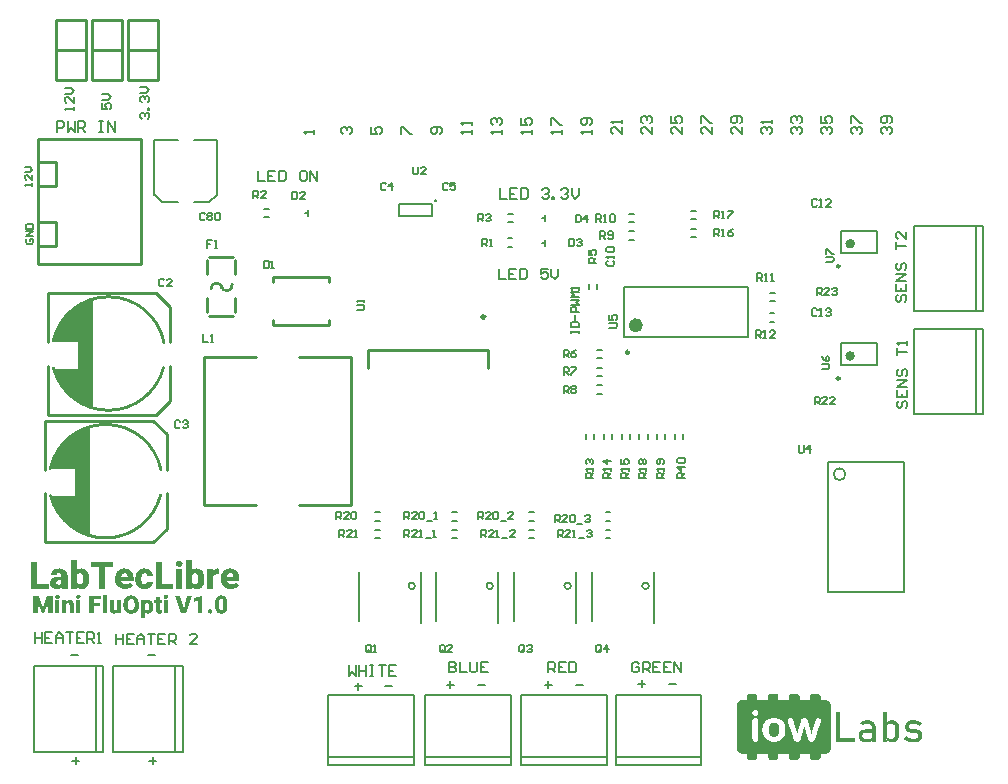
<source format=gto>
G04 Layer_Color=65535*
%FSLAX25Y25*%
%MOIN*%
G70*
G01*
G75*
%ADD10C,0.00500*%
%ADD29C,0.01000*%
%ADD43C,0.00984*%
%ADD44C,0.01575*%
%ADD45C,0.02362*%
%ADD46C,0.00787*%
%ADD47C,0.00600*%
%ADD48C,0.00700*%
G36*
X55729Y216040D02*
X55807Y216030D01*
X55895Y216001D01*
X55983Y215972D01*
X56080Y215923D01*
X56158Y215855D01*
X56168Y215845D01*
X56187Y215825D01*
X56227Y215777D01*
X56266Y215728D01*
X56305Y215659D01*
X56344Y215572D01*
X56363Y215484D01*
X56373Y215376D01*
Y215367D01*
Y215328D01*
X56363Y215279D01*
X56344Y215211D01*
X56324Y215132D01*
X56285Y215054D01*
X56227Y214976D01*
X56158Y214898D01*
X56148Y214889D01*
X56119Y214869D01*
X56080Y214840D01*
X56012Y214810D01*
X55934Y214771D01*
X55846Y214742D01*
X55729Y214722D01*
X55612Y214713D01*
X55553D01*
X55495Y214722D01*
X55417Y214732D01*
X55329Y214762D01*
X55241Y214791D01*
X55153Y214840D01*
X55065Y214898D01*
X55055Y214908D01*
X55036Y214928D01*
X54997Y214976D01*
X54958Y215025D01*
X54919Y215093D01*
X54880Y215181D01*
X54860Y215269D01*
X54850Y215376D01*
Y215386D01*
Y215425D01*
X54860Y215484D01*
X54880Y215542D01*
X54899Y215620D01*
X54938Y215699D01*
X54997Y215777D01*
X55065Y215855D01*
X55075Y215864D01*
X55104Y215884D01*
X55153Y215913D01*
X55212Y215952D01*
X55290Y215991D01*
X55387Y216021D01*
X55495Y216040D01*
X55612Y216050D01*
X55670D01*
X55729Y216040D01*
D02*
G37*
G36*
X62707D02*
X62785Y216030D01*
X62873Y216001D01*
X62961Y215972D01*
X63059Y215923D01*
X63137Y215855D01*
X63146Y215845D01*
X63166Y215825D01*
X63205Y215777D01*
X63244Y215728D01*
X63283Y215659D01*
X63322Y215572D01*
X63342Y215484D01*
X63351Y215376D01*
Y215367D01*
Y215328D01*
X63342Y215279D01*
X63322Y215211D01*
X63303Y215132D01*
X63263Y215054D01*
X63205Y214976D01*
X63137Y214898D01*
X63127Y214889D01*
X63098Y214869D01*
X63059Y214840D01*
X62990Y214810D01*
X62912Y214771D01*
X62824Y214742D01*
X62707Y214722D01*
X62590Y214713D01*
X62532D01*
X62473Y214722D01*
X62395Y214732D01*
X62307Y214762D01*
X62219Y214791D01*
X62131Y214840D01*
X62044Y214898D01*
X62034Y214908D01*
X62014Y214928D01*
X61975Y214976D01*
X61936Y215025D01*
X61897Y215093D01*
X61858Y215181D01*
X61839Y215269D01*
X61829Y215376D01*
Y215386D01*
Y215425D01*
X61839Y215484D01*
X61858Y215542D01*
X61878Y215620D01*
X61917Y215699D01*
X61975Y215777D01*
X62044Y215855D01*
X62053Y215864D01*
X62083Y215884D01*
X62131Y215913D01*
X62190Y215952D01*
X62268Y215991D01*
X62366Y216021D01*
X62473Y216040D01*
X62590Y216050D01*
X62649D01*
X62707Y216040D01*
D02*
G37*
G36*
X91880D02*
X91958Y216030D01*
X92046Y216001D01*
X92134Y215972D01*
X92231Y215923D01*
X92309Y215855D01*
X92319Y215845D01*
X92339Y215825D01*
X92378Y215777D01*
X92417Y215728D01*
X92456Y215659D01*
X92495Y215572D01*
X92514Y215484D01*
X92524Y215376D01*
Y215367D01*
Y215328D01*
X92514Y215279D01*
X92495Y215211D01*
X92475Y215132D01*
X92436Y215054D01*
X92378Y214976D01*
X92309Y214898D01*
X92299Y214889D01*
X92270Y214869D01*
X92231Y214840D01*
X92163Y214810D01*
X92085Y214771D01*
X91997Y214742D01*
X91880Y214722D01*
X91763Y214713D01*
X91704D01*
X91646Y214722D01*
X91568Y214732D01*
X91480Y214762D01*
X91392Y214791D01*
X91304Y214840D01*
X91216Y214898D01*
X91206Y214908D01*
X91187Y214928D01*
X91148Y214976D01*
X91109Y215025D01*
X91070Y215093D01*
X91031Y215181D01*
X91011Y215269D01*
X91001Y215376D01*
Y215386D01*
Y215425D01*
X91011Y215484D01*
X91031Y215542D01*
X91050Y215620D01*
X91089Y215699D01*
X91148Y215777D01*
X91216Y215855D01*
X91226Y215864D01*
X91255Y215884D01*
X91304Y215913D01*
X91363Y215952D01*
X91441Y215991D01*
X91538Y216021D01*
X91646Y216040D01*
X91763Y216050D01*
X91821D01*
X91880Y216040D01*
D02*
G37*
G36*
X54021Y209842D02*
X52586D01*
Y211219D01*
X52732Y214049D01*
X51298Y209842D01*
X50351D01*
X48916Y214049D01*
X49063Y211219D01*
Y209842D01*
X47628D01*
Y215757D01*
X49502D01*
X50829Y211638D01*
X52147Y215757D01*
X54021D01*
Y209842D01*
D02*
G37*
G36*
X59828Y214313D02*
X59877D01*
X59945Y214303D01*
X60092Y214274D01*
X60258Y214225D01*
X60433Y214147D01*
X60589Y214039D01*
X60667Y213981D01*
X60736Y213903D01*
X60755Y213883D01*
X60794Y213825D01*
X60843Y213727D01*
X60911Y213600D01*
X60970Y213424D01*
X61028Y213210D01*
X61068Y212966D01*
X61087Y212673D01*
Y209842D01*
X59711D01*
Y212614D01*
Y212634D01*
Y212673D01*
X59701Y212732D01*
X59691Y212800D01*
X59652Y212956D01*
X59623Y213034D01*
X59574Y213102D01*
X59565Y213112D01*
X59545Y213132D01*
X59516Y213151D01*
X59467Y213190D01*
X59399Y213219D01*
X59320Y213239D01*
X59213Y213259D01*
X59096Y213268D01*
X59028D01*
X58959Y213249D01*
X58872Y213229D01*
X58764Y213190D01*
X58667Y213132D01*
X58569Y213054D01*
X58491Y212946D01*
Y209842D01*
X57125D01*
Y214244D01*
X58413D01*
X58452Y213727D01*
X58462Y213737D01*
X58471Y213756D01*
X58501Y213786D01*
X58540Y213825D01*
X58579Y213864D01*
X58637Y213912D01*
X58784Y214030D01*
X58959Y214137D01*
X59174Y214234D01*
X59301Y214264D01*
X59428Y214293D01*
X59565Y214313D01*
X59711Y214322D01*
X59779D01*
X59828Y214313D01*
D02*
G37*
G36*
X85975D02*
X86043Y214303D01*
X86121Y214293D01*
X86307Y214244D01*
X86512Y214176D01*
X86610Y214127D01*
X86717Y214069D01*
X86824Y214000D01*
X86922Y213912D01*
X87019Y213825D01*
X87107Y213717D01*
X87117Y213707D01*
X87127Y213688D01*
X87146Y213659D01*
X87176Y213610D01*
X87215Y213551D01*
X87254Y213473D01*
X87293Y213385D01*
X87332Y213288D01*
X87371Y213180D01*
X87410Y213054D01*
X87449Y212917D01*
X87488Y212771D01*
X87517Y212614D01*
X87537Y212439D01*
X87556Y212263D01*
Y212068D01*
Y212009D01*
Y212000D01*
Y211960D01*
Y211912D01*
X87546Y211843D01*
Y211755D01*
X87537Y211648D01*
X87517Y211541D01*
X87498Y211424D01*
X87449Y211160D01*
X87361Y210887D01*
X87254Y210614D01*
X87176Y210487D01*
X87098Y210370D01*
X87088Y210360D01*
X87078Y210340D01*
X87049Y210311D01*
X87010Y210272D01*
X86971Y210233D01*
X86912Y210174D01*
X86766Y210067D01*
X86590Y209960D01*
X86375Y209862D01*
X86258Y209823D01*
X86131Y209794D01*
X85995Y209774D01*
X85848Y209764D01*
X85790D01*
X85751Y209774D01*
X85633Y209784D01*
X85497Y209823D01*
X85341Y209872D01*
X85175Y209950D01*
X85009Y210057D01*
X84931Y210126D01*
X84853Y210204D01*
Y208154D01*
X83486D01*
Y214244D01*
X84765D01*
X84804Y213834D01*
X84814Y213844D01*
X84823Y213854D01*
X84872Y213912D01*
X84960Y213990D01*
X85087Y214078D01*
X85233Y214166D01*
X85409Y214244D01*
X85614Y214303D01*
X85721Y214313D01*
X85838Y214322D01*
X85917D01*
X85975Y214313D01*
D02*
G37*
G36*
X113477Y224815D02*
X113594Y224801D01*
X113726Y224786D01*
X113872Y224757D01*
X114033Y224728D01*
X114385Y224625D01*
X114575Y224552D01*
X114751Y224464D01*
X114941Y224361D01*
X115117Y224259D01*
X115278Y224113D01*
X115439Y223966D01*
X115453Y223952D01*
X115468Y223922D01*
X115512Y223878D01*
X115571Y223805D01*
X115629Y223717D01*
X115688Y223615D01*
X115761Y223483D01*
X115849Y223337D01*
X115922Y223176D01*
X115995Y223000D01*
X116054Y222795D01*
X116112Y222590D01*
X116171Y222356D01*
X116215Y222107D01*
X116229Y221829D01*
X116244Y221551D01*
Y220760D01*
X112159D01*
Y220731D01*
X112189Y220672D01*
X112218Y220570D01*
X112262Y220438D01*
X112320Y220306D01*
X112394Y220160D01*
X112496Y220013D01*
X112628Y219882D01*
X112643Y219867D01*
X112701Y219838D01*
X112774Y219779D01*
X112891Y219735D01*
X113038Y219677D01*
X113199Y219618D01*
X113389Y219589D01*
X113594Y219574D01*
X113682D01*
X113755Y219589D01*
X113843D01*
X113931Y219603D01*
X114151Y219662D01*
X114399Y219735D01*
X114663Y219852D01*
X114912Y220028D01*
X115029Y220131D01*
X115131Y220248D01*
X116068Y219135D01*
X116054Y219106D01*
X115995Y219047D01*
X115907Y218959D01*
X115790Y218828D01*
X115629Y218696D01*
X115439Y218564D01*
X115219Y218432D01*
X114970Y218301D01*
X114956D01*
X114941Y218286D01*
X114897Y218271D01*
X114853Y218257D01*
X114707Y218198D01*
X114516Y218154D01*
X114297Y218096D01*
X114033Y218037D01*
X113755Y218008D01*
X113462Y217993D01*
X113316D01*
X113214Y218008D01*
X113082Y218022D01*
X112935Y218037D01*
X112760Y218066D01*
X112584Y218110D01*
X112189Y218213D01*
X111984Y218286D01*
X111779Y218374D01*
X111574Y218476D01*
X111383Y218593D01*
X111179Y218725D01*
X111003Y218886D01*
X110988Y218901D01*
X110959Y218930D01*
X110915Y218974D01*
X110856Y219047D01*
X110783Y219135D01*
X110710Y219252D01*
X110622Y219384D01*
X110534Y219516D01*
X110447Y219677D01*
X110359Y219867D01*
X110285Y220057D01*
X110212Y220262D01*
X110154Y220482D01*
X110110Y220731D01*
X110081Y220980D01*
X110066Y221243D01*
Y221419D01*
Y221433D01*
Y221463D01*
Y221521D01*
Y221595D01*
X110081Y221682D01*
Y221785D01*
X110110Y222019D01*
X110154Y222297D01*
X110227Y222605D01*
X110315Y222912D01*
X110432Y223205D01*
Y223220D01*
X110447Y223234D01*
X110476Y223278D01*
X110505Y223337D01*
X110593Y223468D01*
X110710Y223644D01*
X110871Y223834D01*
X111061Y224039D01*
X111281Y224230D01*
X111530Y224405D01*
X111545D01*
X111559Y224420D01*
X111603Y224449D01*
X111662Y224479D01*
X111808Y224537D01*
X112013Y224625D01*
X112262Y224698D01*
X112555Y224771D01*
X112877Y224815D01*
X113243Y224830D01*
X113374D01*
X113477Y224815D01*
D02*
G37*
G36*
X48988Y219750D02*
X52706D01*
Y218110D01*
X46836D01*
Y226982D01*
X48988D01*
Y219750D01*
D02*
G37*
G36*
X56454Y224815D02*
X56571D01*
X56688Y224801D01*
X56981Y224757D01*
X57303Y224684D01*
X57640Y224567D01*
X57962Y224405D01*
X58109Y224318D01*
X58255Y224201D01*
X58270D01*
X58284Y224171D01*
X58372Y224083D01*
X58489Y223952D01*
X58621Y223761D01*
X58753Y223512D01*
X58885Y223234D01*
X58972Y222898D01*
X58987Y222707D01*
X59002Y222517D01*
Y219603D01*
Y219589D01*
Y219560D01*
Y219516D01*
Y219457D01*
X59016Y219281D01*
X59045Y219091D01*
X59075Y218857D01*
X59119Y218623D01*
X59192Y218403D01*
X59280Y218213D01*
Y218110D01*
X57230D01*
Y218125D01*
X57215Y218140D01*
X57186Y218198D01*
X57157Y218257D01*
X57128Y218344D01*
X57098Y218432D01*
X57055Y218564D01*
X57025Y218696D01*
Y218681D01*
X56996Y218667D01*
X56923Y218593D01*
X56791Y218476D01*
X56615Y218344D01*
X56396Y218213D01*
X56117Y218110D01*
X55810Y218022D01*
X55634Y218008D01*
X55444Y217993D01*
X55356D01*
X55283Y218008D01*
X55210D01*
X55107Y218022D01*
X54888Y218066D01*
X54639Y218125D01*
X54375Y218227D01*
X54112Y218359D01*
X53848Y218549D01*
X53819Y218579D01*
X53746Y218652D01*
X53643Y218769D01*
X53526Y218930D01*
X53409Y219135D01*
X53307Y219384D01*
X53233Y219662D01*
X53219Y219809D01*
X53204Y219970D01*
Y219984D01*
Y220013D01*
Y220072D01*
X53219Y220145D01*
X53233Y220233D01*
X53248Y220336D01*
X53307Y220570D01*
X53395Y220833D01*
X53541Y221097D01*
X53629Y221229D01*
X53731Y221360D01*
X53863Y221477D01*
X53995Y221580D01*
X54009D01*
X54039Y221609D01*
X54083Y221638D01*
X54141Y221668D01*
X54229Y221712D01*
X54331Y221756D01*
X54449Y221799D01*
X54580Y221858D01*
X54741Y221917D01*
X54917Y221961D01*
X55107Y222005D01*
X55312Y222048D01*
X55532Y222092D01*
X55781Y222107D01*
X56030Y222136D01*
X56937D01*
Y222488D01*
Y222502D01*
Y222532D01*
Y222575D01*
X56923Y222634D01*
X56893Y222780D01*
X56835Y222956D01*
X56747Y223117D01*
X56601Y223264D01*
X56513Y223322D01*
X56410Y223366D01*
X56293Y223395D01*
X56147Y223410D01*
X56117D01*
X56030Y223395D01*
X55913Y223366D01*
X55781Y223322D01*
X55649Y223234D01*
X55532Y223102D01*
X55488Y223015D01*
X55444Y222927D01*
X55429Y222810D01*
X55415Y222678D01*
X53365D01*
Y222693D01*
Y222722D01*
Y222766D01*
X53380Y222839D01*
X53395Y222912D01*
X53409Y223015D01*
X53468Y223234D01*
X53556Y223468D01*
X53702Y223732D01*
X53804Y223864D01*
X53907Y223995D01*
X54024Y224113D01*
X54170Y224230D01*
X54185D01*
X54214Y224259D01*
X54258Y224288D01*
X54317Y224318D01*
X54405Y224376D01*
X54492Y224420D01*
X54610Y224479D01*
X54741Y224537D01*
X54888Y224581D01*
X55034Y224640D01*
X55400Y224742D01*
X55795Y224801D01*
X56249Y224830D01*
X56366D01*
X56454Y224815D01*
D02*
G37*
G36*
X62208Y224186D02*
X62237Y224201D01*
X62310Y224274D01*
X62442Y224376D01*
X62603Y224508D01*
X62823Y224625D01*
X63072Y224728D01*
X63364Y224801D01*
X63525Y224830D01*
X63803D01*
X63891Y224815D01*
X63994Y224801D01*
X64111Y224786D01*
X64389Y224713D01*
X64697Y224610D01*
X64843Y224537D01*
X65004Y224449D01*
X65165Y224347D01*
X65311Y224230D01*
X65458Y224098D01*
X65590Y223937D01*
X65604Y223922D01*
X65619Y223893D01*
X65648Y223849D01*
X65692Y223776D01*
X65751Y223688D01*
X65809Y223571D01*
X65868Y223439D01*
X65926Y223293D01*
X65985Y223132D01*
X66043Y222941D01*
X66102Y222737D01*
X66161Y222517D01*
X66205Y222283D01*
X66234Y222019D01*
X66263Y221741D01*
Y221448D01*
Y221346D01*
Y221331D01*
Y221272D01*
Y221185D01*
X66248Y221082D01*
Y220950D01*
X66234Y220789D01*
X66205Y220614D01*
X66175Y220438D01*
X66102Y220028D01*
X65985Y219618D01*
X65809Y219223D01*
X65707Y219033D01*
X65590Y218857D01*
X65575Y218842D01*
X65560Y218813D01*
X65516Y218784D01*
X65473Y218725D01*
X65399Y218652D01*
X65311Y218579D01*
X65106Y218432D01*
X64828Y218271D01*
X64506Y218125D01*
X64331Y218066D01*
X64126Y218037D01*
X63921Y218008D01*
X63701Y217993D01*
X63599D01*
X63540Y218008D01*
X63452Y218022D01*
X63350Y218037D01*
X63115Y218096D01*
X62866Y218183D01*
X62588Y218330D01*
X62457Y218418D01*
X62325Y218520D01*
X62193Y218652D01*
X62076Y218784D01*
X62003Y218110D01*
X60158D01*
Y227480D01*
X62208D01*
Y224186D01*
D02*
G37*
G36*
X78253Y224815D02*
X78370Y224801D01*
X78502Y224786D01*
X78649Y224757D01*
X78809Y224728D01*
X79161Y224625D01*
X79351Y224552D01*
X79527Y224464D01*
X79717Y224361D01*
X79893Y224259D01*
X80054Y224113D01*
X80215Y223966D01*
X80230Y223952D01*
X80244Y223922D01*
X80288Y223878D01*
X80347Y223805D01*
X80405Y223717D01*
X80464Y223615D01*
X80537Y223483D01*
X80625Y223337D01*
X80698Y223176D01*
X80771Y223000D01*
X80830Y222795D01*
X80888Y222590D01*
X80947Y222356D01*
X80991Y222107D01*
X81006Y221829D01*
X81020Y221551D01*
Y220760D01*
X76936D01*
Y220731D01*
X76965Y220672D01*
X76994Y220570D01*
X77038Y220438D01*
X77097Y220306D01*
X77170Y220160D01*
X77272Y220013D01*
X77404Y219882D01*
X77419Y219867D01*
X77477Y219838D01*
X77551Y219779D01*
X77668Y219735D01*
X77814Y219677D01*
X77975Y219618D01*
X78165Y219589D01*
X78370Y219574D01*
X78458D01*
X78531Y219589D01*
X78619D01*
X78707Y219603D01*
X78927Y219662D01*
X79176Y219735D01*
X79439Y219852D01*
X79688Y220028D01*
X79805Y220131D01*
X79908Y220248D01*
X80844Y219135D01*
X80830Y219106D01*
X80771Y219047D01*
X80683Y218959D01*
X80566Y218828D01*
X80405Y218696D01*
X80215Y218564D01*
X79995Y218432D01*
X79747Y218301D01*
X79732D01*
X79717Y218286D01*
X79673Y218271D01*
X79629Y218257D01*
X79483Y218198D01*
X79293Y218154D01*
X79073Y218096D01*
X78809Y218037D01*
X78531Y218008D01*
X78238Y217993D01*
X78092D01*
X77990Y218008D01*
X77858Y218022D01*
X77711Y218037D01*
X77536Y218066D01*
X77360Y218110D01*
X76965Y218213D01*
X76760Y218286D01*
X76555Y218374D01*
X76350Y218476D01*
X76160Y218593D01*
X75955Y218725D01*
X75779Y218886D01*
X75764Y218901D01*
X75735Y218930D01*
X75691Y218974D01*
X75633Y219047D01*
X75559Y219135D01*
X75486Y219252D01*
X75398Y219384D01*
X75311Y219516D01*
X75223Y219677D01*
X75135Y219867D01*
X75062Y220057D01*
X74989Y220262D01*
X74930Y220482D01*
X74886Y220731D01*
X74857Y220980D01*
X74842Y221243D01*
Y221419D01*
Y221433D01*
Y221463D01*
Y221521D01*
Y221595D01*
X74857Y221682D01*
Y221785D01*
X74886Y222019D01*
X74930Y222297D01*
X75003Y222605D01*
X75091Y222912D01*
X75208Y223205D01*
Y223220D01*
X75223Y223234D01*
X75252Y223278D01*
X75281Y223337D01*
X75369Y223468D01*
X75486Y223644D01*
X75647Y223834D01*
X75838Y224039D01*
X76057Y224230D01*
X76306Y224405D01*
X76321D01*
X76335Y224420D01*
X76379Y224449D01*
X76438Y224479D01*
X76584Y224537D01*
X76789Y224625D01*
X77038Y224698D01*
X77331Y224771D01*
X77653Y224815D01*
X78019Y224830D01*
X78151D01*
X78253Y224815D01*
D02*
G37*
G36*
X100579Y224186D02*
X100609Y224201D01*
X100682Y224274D01*
X100813Y224376D01*
X100975Y224508D01*
X101194Y224625D01*
X101443Y224728D01*
X101736Y224801D01*
X101897Y224830D01*
X102175D01*
X102263Y224815D01*
X102365Y224801D01*
X102482Y224786D01*
X102761Y224713D01*
X103068Y224610D01*
X103214Y224537D01*
X103375Y224449D01*
X103536Y224347D01*
X103683Y224230D01*
X103829Y224098D01*
X103961Y223937D01*
X103976Y223922D01*
X103990Y223893D01*
X104020Y223849D01*
X104063Y223776D01*
X104122Y223688D01*
X104181Y223571D01*
X104239Y223439D01*
X104298Y223293D01*
X104356Y223132D01*
X104415Y222941D01*
X104473Y222737D01*
X104532Y222517D01*
X104576Y222283D01*
X104605Y222019D01*
X104634Y221741D01*
Y221448D01*
Y221346D01*
Y221331D01*
Y221272D01*
Y221185D01*
X104620Y221082D01*
Y220950D01*
X104605Y220789D01*
X104576Y220614D01*
X104547Y220438D01*
X104473Y220028D01*
X104356Y219618D01*
X104181Y219223D01*
X104078Y219033D01*
X103961Y218857D01*
X103946Y218842D01*
X103932Y218813D01*
X103888Y218784D01*
X103844Y218725D01*
X103771Y218652D01*
X103683Y218579D01*
X103478Y218432D01*
X103200Y218271D01*
X102878Y218125D01*
X102702Y218066D01*
X102497Y218037D01*
X102292Y218008D01*
X102073Y217993D01*
X101970D01*
X101911Y218008D01*
X101824Y218022D01*
X101721Y218037D01*
X101487Y218096D01*
X101238Y218183D01*
X100960Y218330D01*
X100828Y218418D01*
X100696Y218520D01*
X100565Y218652D01*
X100447Y218784D01*
X100374Y218110D01*
X98530D01*
Y227480D01*
X100579D01*
Y224186D01*
D02*
G37*
G36*
X106666Y211160D02*
X106735Y211150D01*
X106822Y211121D01*
X106910Y211092D01*
X106998Y211043D01*
X107086Y210975D01*
X107096Y210965D01*
X107115Y210936D01*
X107154Y210897D01*
X107193Y210838D01*
X107232Y210770D01*
X107271Y210682D01*
X107291Y210584D01*
X107301Y210477D01*
Y210467D01*
Y210428D01*
X107291Y210370D01*
X107271Y210301D01*
X107252Y210223D01*
X107213Y210135D01*
X107154Y210057D01*
X107086Y209979D01*
X107076Y209969D01*
X107047Y209950D01*
X106998Y209921D01*
X106940Y209891D01*
X106861Y209852D01*
X106774Y209823D01*
X106666Y209804D01*
X106549Y209794D01*
X106491D01*
X106432Y209804D01*
X106354Y209823D01*
X106266Y209842D01*
X106178Y209872D01*
X106090Y209921D01*
X106003Y209989D01*
X105993Y209999D01*
X105973Y210028D01*
X105934Y210067D01*
X105895Y210126D01*
X105856Y210194D01*
X105817Y210282D01*
X105798Y210370D01*
X105788Y210477D01*
Y210487D01*
Y210526D01*
X105798Y210584D01*
X105817Y210653D01*
X105837Y210721D01*
X105876Y210809D01*
X105934Y210887D01*
X106003Y210965D01*
X106012Y210975D01*
X106042Y210994D01*
X106090Y211033D01*
X106149Y211072D01*
X106227Y211102D01*
X106325Y211141D01*
X106432Y211160D01*
X106549Y211170D01*
X106608D01*
X106666Y211160D01*
D02*
G37*
G36*
X56314Y209842D02*
X54938D01*
Y214244D01*
X56314D01*
Y209842D01*
D02*
G37*
G36*
X63293D02*
X61917D01*
Y214244D01*
X63293D01*
Y209842D01*
D02*
G37*
G36*
X80344Y215835D02*
X80412D01*
X80490Y215825D01*
X80666Y215796D01*
X80871Y215757D01*
X81095Y215689D01*
X81329Y215601D01*
X81554Y215484D01*
X81564D01*
X81583Y215464D01*
X81612Y215445D01*
X81651Y215416D01*
X81759Y215337D01*
X81886Y215220D01*
X82032Y215074D01*
X82188Y214898D01*
X82335Y214693D01*
X82462Y214459D01*
Y214449D01*
X82471Y214430D01*
X82491Y214391D01*
X82510Y214342D01*
X82539Y214283D01*
X82569Y214205D01*
X82598Y214117D01*
X82627Y214030D01*
X82657Y213922D01*
X82696Y213805D01*
X82744Y213542D01*
X82784Y213259D01*
X82803Y212946D01*
Y212683D01*
Y212673D01*
Y212644D01*
Y212595D01*
Y212536D01*
X82793Y212458D01*
X82784Y212370D01*
X82774Y212273D01*
X82764Y212165D01*
X82725Y211921D01*
X82666Y211668D01*
X82588Y211404D01*
X82481Y211141D01*
Y211131D01*
X82462Y211111D01*
X82452Y211082D01*
X82422Y211033D01*
X82393Y210975D01*
X82344Y210916D01*
X82247Y210760D01*
X82120Y210604D01*
X81954Y210428D01*
X81778Y210262D01*
X81564Y210116D01*
X81554D01*
X81534Y210096D01*
X81505Y210086D01*
X81456Y210057D01*
X81407Y210038D01*
X81339Y210008D01*
X81261Y209969D01*
X81173Y209940D01*
X80978Y209872D01*
X80753Y209823D01*
X80490Y209784D01*
X80217Y209764D01*
X80148D01*
X80090Y209774D01*
X80022D01*
X79953Y209784D01*
X79768Y209804D01*
X79563Y209852D01*
X79338Y209911D01*
X79104Y209989D01*
X78879Y210106D01*
X78870D01*
X78850Y210126D01*
X78821Y210145D01*
X78782Y210174D01*
X78675Y210252D01*
X78548Y210360D01*
X78401Y210506D01*
X78245Y210672D01*
X78099Y210877D01*
X77962Y211102D01*
Y211111D01*
X77952Y211131D01*
X77933Y211170D01*
X77913Y211219D01*
X77884Y211277D01*
X77855Y211346D01*
X77825Y211433D01*
X77796Y211531D01*
X77767Y211629D01*
X77738Y211746D01*
X77679Y212000D01*
X77640Y212282D01*
X77621Y212585D01*
Y212917D01*
Y212927D01*
Y212956D01*
Y213005D01*
X77630Y213063D01*
Y213141D01*
X77640Y213229D01*
X77650Y213327D01*
X77660Y213434D01*
X77699Y213668D01*
X77757Y213932D01*
X77835Y214195D01*
X77943Y214449D01*
Y214459D01*
X77962Y214478D01*
X77972Y214518D01*
X78001Y214557D01*
X78040Y214615D01*
X78079Y214674D01*
X78177Y214830D01*
X78304Y214996D01*
X78470Y215162D01*
X78645Y215328D01*
X78860Y215474D01*
X78870D01*
X78889Y215494D01*
X78919Y215513D01*
X78967Y215533D01*
X79026Y215562D01*
X79084Y215591D01*
X79163Y215620D01*
X79250Y215659D01*
X79455Y215728D01*
X79680Y215786D01*
X79943Y215825D01*
X80217Y215845D01*
X80295D01*
X80344Y215835D01*
D02*
G37*
G36*
X89752Y214244D02*
X90484D01*
Y213298D01*
X89752D01*
Y211258D01*
Y211248D01*
Y211219D01*
X89762Y211180D01*
Y211121D01*
X89791Y211014D01*
X89811Y210955D01*
X89840Y210916D01*
X89850D01*
X89860Y210897D01*
X89889Y210887D01*
X89918Y210867D01*
X89967Y210848D01*
X90035Y210838D01*
X90113Y210819D01*
X90318D01*
X90435Y210828D01*
X90543Y210838D01*
Y209872D01*
X90523D01*
X90474Y209852D01*
X90406Y209842D01*
X90308Y209823D01*
X90191Y209804D01*
X90065Y209784D01*
X89918Y209774D01*
X89772Y209764D01*
X89703D01*
X89655Y209774D01*
X89596D01*
X89528Y209784D01*
X89372Y209804D01*
X89206Y209842D01*
X89030Y209901D01*
X88864Y209989D01*
X88718Y210096D01*
X88708Y210116D01*
X88669Y210155D01*
X88610Y210233D01*
X88552Y210350D01*
X88493Y210487D01*
X88435Y210662D01*
X88396Y210867D01*
X88386Y211111D01*
Y213298D01*
X87830D01*
Y214244D01*
X88386D01*
Y215337D01*
X89752D01*
Y214244D01*
D02*
G37*
G36*
X110404Y215835D02*
X110482Y215825D01*
X110580Y215806D01*
X110687Y215786D01*
X110795Y215767D01*
X111048Y215679D01*
X111166Y215630D01*
X111293Y215562D01*
X111419Y215494D01*
X111546Y215396D01*
X111654Y215298D01*
X111761Y215181D01*
X111771Y215172D01*
X111781Y215152D01*
X111810Y215113D01*
X111849Y215064D01*
X111888Y214996D01*
X111937Y214908D01*
X111986Y214820D01*
X112034Y214703D01*
X112083Y214586D01*
X112132Y214440D01*
X112181Y214293D01*
X112220Y214127D01*
X112259Y213951D01*
X112288Y213756D01*
X112298Y213551D01*
X112308Y213337D01*
Y212263D01*
Y212253D01*
Y212214D01*
Y212146D01*
X112298Y212068D01*
X112288Y211960D01*
X112278Y211853D01*
X112259Y211716D01*
X112239Y211580D01*
X112171Y211287D01*
X112073Y210975D01*
X112015Y210819D01*
X111946Y210672D01*
X111859Y210536D01*
X111761Y210409D01*
X111751Y210399D01*
X111732Y210379D01*
X111702Y210350D01*
X111663Y210311D01*
X111605Y210262D01*
X111537Y210204D01*
X111458Y210145D01*
X111371Y210086D01*
X111273Y210028D01*
X111156Y209969D01*
X111029Y209911D01*
X110892Y209862D01*
X110746Y209823D01*
X110590Y209794D01*
X110424Y209774D01*
X110248Y209764D01*
X110151D01*
X110082Y209774D01*
X110004Y209784D01*
X109907Y209804D01*
X109799Y209823D01*
X109692Y209842D01*
X109438Y209921D01*
X109311Y209979D01*
X109184Y210038D01*
X109057Y210116D01*
X108940Y210204D01*
X108823Y210301D01*
X108716Y210418D01*
X108706Y210428D01*
X108696Y210448D01*
X108667Y210487D01*
X108628Y210536D01*
X108589Y210604D01*
X108550Y210692D01*
X108501Y210780D01*
X108452Y210897D01*
X108394Y211014D01*
X108345Y211160D01*
X108306Y211307D01*
X108267Y211472D01*
X108228Y211648D01*
X108199Y211843D01*
X108189Y212048D01*
X108179Y212263D01*
Y213337D01*
Y213346D01*
Y213385D01*
Y213454D01*
X108189Y213532D01*
X108199Y213639D01*
X108208Y213747D01*
X108228Y213883D01*
X108247Y214020D01*
X108306Y214313D01*
X108404Y214625D01*
X108472Y214781D01*
X108540Y214928D01*
X108618Y215064D01*
X108716Y215191D01*
X108726Y215201D01*
X108745Y215220D01*
X108774Y215250D01*
X108814Y215298D01*
X108872Y215347D01*
X108940Y215396D01*
X109018Y215455D01*
X109106Y215523D01*
X109214Y215581D01*
X109321Y215640D01*
X109448Y215689D01*
X109584Y215747D01*
X109731Y215786D01*
X109887Y215816D01*
X110063Y215835D01*
X110238Y215845D01*
X110336D01*
X110404Y215835D01*
D02*
G37*
G36*
X103894Y209842D02*
X102518D01*
Y214195D01*
X101171Y213805D01*
Y214859D01*
X103768Y215757D01*
X103894D01*
Y209842D01*
D02*
G37*
G36*
X76976D02*
X75688D01*
X75649Y210321D01*
Y210311D01*
X75630Y210301D01*
X75600Y210272D01*
X75571Y210233D01*
X75473Y210145D01*
X75346Y210048D01*
X75171Y209940D01*
X74976Y209852D01*
X74858Y209813D01*
X74741Y209784D01*
X74614Y209774D01*
X74478Y209764D01*
X74410D01*
X74361Y209774D01*
X74302D01*
X74234Y209784D01*
X74068Y209813D01*
X73892Y209872D01*
X73716Y209940D01*
X73541Y210048D01*
X73463Y210106D01*
X73385Y210184D01*
Y210194D01*
X73365Y210204D01*
X73326Y210262D01*
X73268Y210360D01*
X73199Y210496D01*
X73131Y210662D01*
X73072Y210867D01*
X73033Y211111D01*
X73014Y211394D01*
Y214244D01*
X74380D01*
Y211375D01*
Y211365D01*
Y211355D01*
Y211326D01*
X74390Y211287D01*
X74410Y211199D01*
X74449Y211102D01*
X74517Y210994D01*
X74614Y210906D01*
X74673Y210867D01*
X74751Y210838D01*
X74829Y210828D01*
X74927Y210819D01*
X74946D01*
X75005Y210828D01*
X75083Y210838D01*
X75190Y210858D01*
X75298Y210897D01*
X75405Y210955D01*
X75512Y211043D01*
X75600Y211150D01*
Y214244D01*
X76976D01*
Y209842D01*
D02*
G37*
G36*
X98517D02*
X96955D01*
X94984Y215757D01*
X96565D01*
X97736Y211443D01*
X98917Y215757D01*
X100508D01*
X98517Y209842D01*
D02*
G37*
G36*
X70222Y214654D02*
X67695D01*
Y213298D01*
X69988D01*
Y212204D01*
X67695D01*
Y209842D01*
X66260D01*
Y215757D01*
X70222D01*
Y214654D01*
D02*
G37*
G36*
X72194Y209842D02*
X70818D01*
Y216089D01*
X72194D01*
Y209842D01*
D02*
G37*
G36*
X92466D02*
X91089D01*
Y214244D01*
X92466D01*
Y209842D01*
D02*
G37*
G36*
X74227Y225328D02*
X71563D01*
Y218110D01*
X69425D01*
Y225328D01*
X66819D01*
Y226982D01*
X74227D01*
Y225328D01*
D02*
G37*
G36*
X96377Y227407D02*
X96495Y227392D01*
X96626Y227348D01*
X96758Y227304D01*
X96904Y227231D01*
X97022Y227129D01*
X97036Y227114D01*
X97066Y227085D01*
X97124Y227011D01*
X97183Y226938D01*
X97241Y226836D01*
X97300Y226704D01*
X97329Y226572D01*
X97344Y226411D01*
Y226396D01*
Y226338D01*
X97329Y226265D01*
X97300Y226162D01*
X97271Y226045D01*
X97212Y225928D01*
X97124Y225811D01*
X97022Y225694D01*
X97007Y225679D01*
X96963Y225650D01*
X96904Y225606D01*
X96802Y225562D01*
X96685Y225503D01*
X96553Y225460D01*
X96377Y225430D01*
X96202Y225416D01*
X96114D01*
X96026Y225430D01*
X95909Y225445D01*
X95777Y225489D01*
X95645Y225533D01*
X95514Y225606D01*
X95382Y225694D01*
X95367Y225708D01*
X95338Y225738D01*
X95280Y225811D01*
X95221Y225884D01*
X95162Y225987D01*
X95104Y226118D01*
X95074Y226250D01*
X95060Y226411D01*
Y226426D01*
Y226484D01*
X95074Y226572D01*
X95104Y226660D01*
X95133Y226777D01*
X95192Y226894D01*
X95280Y227011D01*
X95382Y227129D01*
X95397Y227143D01*
X95441Y227172D01*
X95514Y227216D01*
X95602Y227275D01*
X95719Y227333D01*
X95865Y227377D01*
X96026Y227407D01*
X96202Y227421D01*
X96290D01*
X96377Y227407D01*
D02*
G37*
G36*
X109187Y224815D02*
X109378Y224801D01*
X109568Y224757D01*
X109524Y222839D01*
X108851Y222898D01*
X108763D01*
X108690Y222883D01*
X108529Y222868D01*
X108338Y222824D01*
X108119Y222751D01*
X107914Y222634D01*
X107738Y222488D01*
X107665Y222385D01*
X107606Y222283D01*
Y218110D01*
X105557D01*
Y224713D01*
X107475D01*
X107548Y223864D01*
Y223878D01*
X107577Y223908D01*
X107606Y223952D01*
X107650Y224010D01*
X107753Y224171D01*
X107929Y224347D01*
X108133Y224523D01*
X108382Y224684D01*
X108514Y224742D01*
X108660Y224786D01*
X108821Y224815D01*
X108997Y224830D01*
X109114D01*
X109187Y224815D01*
D02*
G37*
G36*
X84870D02*
X84973D01*
X85105Y224786D01*
X85397Y224742D01*
X85720Y224654D01*
X86056Y224523D01*
X86232Y224449D01*
X86393Y224347D01*
X86554Y224244D01*
X86700Y224113D01*
X86715Y224098D01*
X86730Y224083D01*
X86774Y224039D01*
X86818Y223981D01*
X86876Y223908D01*
X86935Y223820D01*
X87008Y223717D01*
X87081Y223600D01*
X87227Y223322D01*
X87345Y223000D01*
X87432Y222619D01*
X87447Y222400D01*
X87462Y222180D01*
X85529D01*
Y222209D01*
Y222268D01*
X85515Y222356D01*
X85500Y222473D01*
X85471Y222605D01*
X85427Y222737D01*
X85368Y222854D01*
X85280Y222971D01*
X85266Y222985D01*
X85237Y223015D01*
X85178Y223059D01*
X85105Y223117D01*
X85002Y223161D01*
X84885Y223205D01*
X84753Y223234D01*
X84607Y223249D01*
X84578D01*
X84475Y223234D01*
X84343Y223190D01*
X84197Y223117D01*
X84109Y223073D01*
X84036Y223000D01*
X83948Y222912D01*
X83875Y222824D01*
X83816Y222693D01*
X83758Y222561D01*
X83699Y222400D01*
X83670Y222224D01*
Y222209D01*
Y222165D01*
X83655Y222092D01*
Y221990D01*
X83641Y221858D01*
Y221712D01*
X83626Y221536D01*
Y221331D01*
Y221316D01*
Y221287D01*
Y221243D01*
Y221170D01*
X83641Y220994D01*
X83655Y220789D01*
X83685Y220555D01*
X83728Y220336D01*
X83787Y220131D01*
X83860Y219955D01*
X83875Y219940D01*
X83904Y219896D01*
X83963Y219838D01*
X84051Y219765D01*
X84153Y219691D01*
X84285Y219633D01*
X84446Y219589D01*
X84622Y219574D01*
X84695D01*
X84768Y219589D01*
X84870Y219603D01*
X84973Y219633D01*
X85090Y219677D01*
X85193Y219735D01*
X85295Y219809D01*
X85310Y219823D01*
X85339Y219852D01*
X85368Y219911D01*
X85412Y219984D01*
X85456Y220072D01*
X85500Y220175D01*
X85515Y220306D01*
X85529Y220453D01*
X87462D01*
Y220438D01*
Y220409D01*
Y220350D01*
X87447Y220277D01*
X87432Y220175D01*
X87418Y220072D01*
X87359Y219823D01*
X87271Y219545D01*
X87125Y219252D01*
X87037Y219106D01*
X86935Y218959D01*
X86818Y218813D01*
X86671Y218681D01*
X86657D01*
X86642Y218652D01*
X86598Y218623D01*
X86525Y218579D01*
X86452Y218520D01*
X86364Y218462D01*
X86261Y218403D01*
X86129Y218344D01*
X85851Y218213D01*
X85500Y218096D01*
X85119Y218022D01*
X84900Y218008D01*
X84680Y217993D01*
X84548D01*
X84446Y218008D01*
X84314Y218022D01*
X84182Y218037D01*
X84021Y218066D01*
X83846Y218110D01*
X83480Y218213D01*
X83289Y218286D01*
X83099Y218374D01*
X82923Y218476D01*
X82733Y218593D01*
X82557Y218725D01*
X82396Y218886D01*
X82382Y218901D01*
X82367Y218930D01*
X82323Y218974D01*
X82265Y219047D01*
X82206Y219150D01*
X82133Y219252D01*
X82060Y219384D01*
X81986Y219545D01*
X81913Y219706D01*
X81840Y219896D01*
X81767Y220101D01*
X81708Y220321D01*
X81650Y220570D01*
X81606Y220819D01*
X81591Y221097D01*
X81577Y221390D01*
Y221477D01*
Y221492D01*
Y221521D01*
Y221580D01*
Y221638D01*
X81591Y221726D01*
Y221829D01*
X81620Y222078D01*
X81664Y222341D01*
X81738Y222634D01*
X81825Y222941D01*
X81942Y223234D01*
Y223249D01*
X81957Y223264D01*
X82016Y223366D01*
X82089Y223498D01*
X82206Y223673D01*
X82367Y223849D01*
X82543Y224054D01*
X82748Y224244D01*
X82997Y224405D01*
X83011D01*
X83026Y224420D01*
X83070Y224449D01*
X83128Y224479D01*
X83275Y224537D01*
X83465Y224625D01*
X83714Y224698D01*
X83992Y224771D01*
X84314Y224815D01*
X84651Y224830D01*
X84768D01*
X84870Y224815D01*
D02*
G37*
G36*
X326456Y174057D02*
X326883D01*
Y173951D01*
X327096D01*
Y173844D01*
X327309D01*
Y173738D01*
X327415D01*
Y173631D01*
X327628D01*
Y173524D01*
X327735D01*
Y173418D01*
X327841D01*
Y173311D01*
X327948D01*
Y173205D01*
Y173098D01*
X328055D01*
Y172992D01*
Y172885D01*
X328161D01*
Y172779D01*
Y172672D01*
X328268D01*
Y172565D01*
Y172459D01*
Y172352D01*
Y172246D01*
X328374D01*
Y172139D01*
Y172033D01*
Y171926D01*
Y171820D01*
Y171713D01*
Y171607D01*
Y171500D01*
Y171393D01*
Y171287D01*
Y171180D01*
Y171074D01*
Y170967D01*
Y170861D01*
Y170754D01*
Y170648D01*
Y170541D01*
Y170434D01*
Y170328D01*
Y170221D01*
Y170115D01*
Y170008D01*
Y169902D01*
Y169795D01*
Y169688D01*
Y169582D01*
Y169475D01*
Y169369D01*
Y169262D01*
Y169156D01*
Y169049D01*
Y168943D01*
Y168836D01*
Y168729D01*
Y168623D01*
Y168516D01*
Y168410D01*
Y168303D01*
Y168197D01*
Y168090D01*
Y167984D01*
Y167877D01*
Y167771D01*
Y167664D01*
Y167557D01*
Y167451D01*
Y167344D01*
Y167238D01*
Y167131D01*
Y167025D01*
X327096D01*
Y167131D01*
Y167238D01*
X327202D01*
Y167344D01*
Y167451D01*
X326989D01*
Y167344D01*
X326776D01*
Y167238D01*
X326669D01*
Y167131D01*
X326456D01*
Y167025D01*
X326137D01*
Y166918D01*
X324432D01*
Y167025D01*
X324006D01*
Y167131D01*
X323686D01*
Y167238D01*
X323579D01*
Y167344D01*
X323366D01*
Y167451D01*
X323260D01*
Y167557D01*
X323153D01*
Y167664D01*
X323046D01*
Y167771D01*
Y167877D01*
X322940D01*
Y167984D01*
Y168090D01*
Y168197D01*
X322833D01*
Y168303D01*
Y168410D01*
Y168516D01*
Y168623D01*
X322727D01*
Y168729D01*
Y168836D01*
Y168943D01*
Y169049D01*
Y169156D01*
Y169262D01*
Y169369D01*
Y169475D01*
Y169582D01*
X322833D01*
Y169688D01*
Y169795D01*
Y169902D01*
Y170008D01*
X322940D01*
Y170115D01*
Y170221D01*
X323046D01*
Y170328D01*
Y170434D01*
X323153D01*
Y170541D01*
X323260D01*
Y170648D01*
X323366D01*
Y170754D01*
X323579D01*
Y170861D01*
X323792D01*
Y170967D01*
X324112D01*
Y171074D01*
X324858D01*
Y171180D01*
X327202D01*
Y171287D01*
Y171393D01*
Y171500D01*
Y171607D01*
Y171713D01*
Y171820D01*
Y171926D01*
X327096D01*
Y172033D01*
Y172139D01*
Y172246D01*
Y172352D01*
X326989D01*
Y172459D01*
X326883D01*
Y172565D01*
X326776D01*
Y172672D01*
X326669D01*
Y172779D01*
X326563D01*
Y172885D01*
X326350D01*
Y172992D01*
X326030D01*
Y173098D01*
X325178D01*
Y172992D01*
X324751D01*
Y172885D01*
X324538D01*
Y172779D01*
X324219D01*
Y172672D01*
X324112D01*
Y172565D01*
X324006D01*
Y172672D01*
X323792D01*
Y172779D01*
X323686D01*
Y172885D01*
X323473D01*
Y172992D01*
X323366D01*
Y173098D01*
X323260D01*
Y173205D01*
X323153D01*
Y173311D01*
X323260D01*
Y173418D01*
X323366D01*
Y173524D01*
X323473D01*
Y173631D01*
X323686D01*
Y173738D01*
X323792D01*
Y173844D01*
X324112D01*
Y173951D01*
X324325D01*
Y174057D01*
X324751D01*
Y174164D01*
X326456D01*
Y174057D01*
D02*
G37*
G36*
X316333Y176828D02*
Y176721D01*
Y176615D01*
Y176508D01*
Y176401D01*
Y176295D01*
Y176188D01*
Y176082D01*
Y175975D01*
Y175869D01*
Y175762D01*
Y175656D01*
Y175549D01*
Y175443D01*
Y175336D01*
Y175229D01*
Y175123D01*
Y175016D01*
Y174910D01*
Y174803D01*
Y174697D01*
Y174590D01*
Y174484D01*
Y174377D01*
Y174270D01*
Y174164D01*
Y174057D01*
Y173951D01*
Y173844D01*
Y173738D01*
Y173631D01*
Y173524D01*
Y173418D01*
Y173311D01*
Y173205D01*
Y173098D01*
Y172992D01*
Y172885D01*
Y172779D01*
Y172672D01*
Y172565D01*
Y172459D01*
Y172352D01*
Y172246D01*
Y172139D01*
Y172033D01*
Y171926D01*
Y171820D01*
Y171713D01*
Y171607D01*
Y171500D01*
Y171393D01*
Y171287D01*
Y171180D01*
Y171074D01*
Y170967D01*
Y170861D01*
Y170754D01*
Y170648D01*
Y170541D01*
Y170434D01*
Y170328D01*
Y170221D01*
Y170115D01*
Y170008D01*
Y169902D01*
Y169795D01*
Y169688D01*
Y169582D01*
Y169475D01*
Y169369D01*
Y169262D01*
Y169156D01*
Y169049D01*
Y168943D01*
Y168836D01*
Y168729D01*
Y168623D01*
Y168516D01*
Y168410D01*
Y168303D01*
Y168197D01*
X321448D01*
Y168090D01*
Y167984D01*
Y167877D01*
Y167771D01*
Y167664D01*
Y167557D01*
Y167451D01*
Y167344D01*
Y167238D01*
Y167131D01*
Y167025D01*
X315055D01*
Y167131D01*
Y167238D01*
Y167344D01*
Y167451D01*
Y167557D01*
Y167664D01*
Y167771D01*
Y167877D01*
Y167984D01*
Y168090D01*
Y168197D01*
Y168303D01*
Y168410D01*
Y168516D01*
Y168623D01*
Y168729D01*
Y168836D01*
Y168943D01*
Y169049D01*
Y169156D01*
Y169262D01*
Y169369D01*
Y169475D01*
Y169582D01*
Y169688D01*
Y169795D01*
Y169902D01*
Y170008D01*
Y170115D01*
Y170221D01*
Y170328D01*
Y170434D01*
Y170541D01*
Y170648D01*
Y170754D01*
Y170861D01*
Y170967D01*
Y171074D01*
Y171180D01*
Y171287D01*
Y171393D01*
Y171500D01*
Y171607D01*
Y171713D01*
Y171820D01*
Y171926D01*
Y172033D01*
Y172139D01*
Y172246D01*
Y172352D01*
Y172459D01*
Y172565D01*
Y172672D01*
Y172779D01*
Y172885D01*
Y172992D01*
Y173098D01*
Y173205D01*
Y173311D01*
Y173418D01*
Y173524D01*
Y173631D01*
Y173738D01*
Y173844D01*
Y173951D01*
Y174057D01*
Y174164D01*
Y174270D01*
Y174377D01*
Y174484D01*
Y174590D01*
Y174697D01*
Y174803D01*
Y174910D01*
Y175016D01*
Y175123D01*
Y175229D01*
Y175336D01*
Y175443D01*
Y175549D01*
Y175656D01*
Y175762D01*
Y175869D01*
Y175975D01*
Y176082D01*
Y176188D01*
Y176295D01*
Y176401D01*
Y176508D01*
Y176615D01*
Y176721D01*
Y176828D01*
Y176934D01*
X316333D01*
Y176828D01*
D02*
G37*
G36*
X331997D02*
Y176721D01*
Y176615D01*
Y176508D01*
Y176401D01*
Y176295D01*
Y176188D01*
Y176082D01*
Y175975D01*
Y175869D01*
Y175762D01*
Y175656D01*
Y175549D01*
Y175443D01*
Y175336D01*
Y175229D01*
Y175123D01*
Y175016D01*
Y174910D01*
Y174803D01*
Y174697D01*
Y174590D01*
Y174484D01*
Y174377D01*
Y174270D01*
Y174164D01*
Y174057D01*
Y173951D01*
Y173844D01*
Y173738D01*
Y173631D01*
Y173524D01*
Y173418D01*
X331891D01*
Y173311D01*
Y173205D01*
X332104D01*
Y173311D01*
X332210D01*
Y173418D01*
X332317D01*
Y173524D01*
X332423D01*
Y173631D01*
X332530D01*
Y173738D01*
X332636D01*
Y173844D01*
X332850D01*
Y173951D01*
X333063D01*
Y174057D01*
X333276D01*
Y174164D01*
X334555D01*
Y174057D01*
X334874D01*
Y173951D01*
X335087D01*
Y173844D01*
X335300D01*
Y173738D01*
X335407D01*
Y173631D01*
X335513D01*
Y173524D01*
X335620D01*
Y173418D01*
X335727D01*
Y173311D01*
X335833D01*
Y173205D01*
Y173098D01*
X335940D01*
Y172992D01*
Y172885D01*
X336046D01*
Y172779D01*
Y172672D01*
X336153D01*
Y172565D01*
Y172459D01*
Y172352D01*
Y172246D01*
X336259D01*
Y172139D01*
X336153D01*
Y172033D01*
X336259D01*
Y171926D01*
Y171820D01*
Y171713D01*
Y171607D01*
Y171500D01*
Y171393D01*
Y171287D01*
Y171180D01*
Y171074D01*
Y170967D01*
Y170861D01*
Y170754D01*
Y170648D01*
Y170541D01*
Y170434D01*
Y170328D01*
Y170221D01*
Y170115D01*
Y170008D01*
Y169902D01*
Y169795D01*
Y169688D01*
Y169582D01*
Y169475D01*
Y169369D01*
Y169262D01*
Y169156D01*
Y169049D01*
X336153D01*
Y168943D01*
X336259D01*
Y168836D01*
X336153D01*
Y168729D01*
Y168623D01*
Y168516D01*
Y168410D01*
X336046D01*
Y168303D01*
Y168197D01*
X335940D01*
Y168090D01*
Y167984D01*
X335833D01*
Y167877D01*
X335727D01*
Y167771D01*
Y167664D01*
X335620D01*
Y167557D01*
X335513D01*
Y167451D01*
X335407D01*
Y167344D01*
X335300D01*
Y167238D01*
X335087D01*
Y167131D01*
X334874D01*
Y167025D01*
X334555D01*
Y166918D01*
X333169D01*
Y167025D01*
X332956D01*
Y167131D01*
X332743D01*
Y167238D01*
X332530D01*
Y167344D01*
X332423D01*
Y167451D01*
X332317D01*
Y167557D01*
X332210D01*
Y167664D01*
Y167771D01*
X332104D01*
Y167877D01*
X331891D01*
Y167771D01*
Y167664D01*
X331997D01*
Y167557D01*
Y167451D01*
Y167344D01*
Y167238D01*
Y167131D01*
Y167025D01*
X330612D01*
Y167131D01*
X330718D01*
Y167238D01*
Y167344D01*
Y167451D01*
Y167557D01*
Y167664D01*
Y167771D01*
Y167877D01*
Y167984D01*
Y168090D01*
Y168197D01*
Y168303D01*
Y168410D01*
Y168516D01*
Y168623D01*
Y168729D01*
Y168836D01*
Y168943D01*
Y169049D01*
Y169156D01*
Y169262D01*
Y169369D01*
Y169475D01*
Y169582D01*
Y169688D01*
Y169795D01*
Y169902D01*
Y170008D01*
Y170115D01*
Y170221D01*
Y170328D01*
Y170434D01*
Y170541D01*
Y170648D01*
Y170754D01*
Y170861D01*
Y170967D01*
Y171074D01*
Y171180D01*
Y171287D01*
Y171393D01*
Y171500D01*
Y171607D01*
Y171713D01*
Y171820D01*
Y171926D01*
Y172033D01*
Y172139D01*
Y172246D01*
Y172352D01*
Y172459D01*
Y172565D01*
Y172672D01*
Y172779D01*
Y172885D01*
Y172992D01*
Y173098D01*
Y173205D01*
Y173311D01*
Y173418D01*
Y173524D01*
Y173631D01*
Y173738D01*
Y173844D01*
Y173951D01*
Y174057D01*
Y174164D01*
Y174270D01*
Y174377D01*
Y174484D01*
Y174590D01*
Y174697D01*
Y174803D01*
Y174910D01*
Y175016D01*
Y175123D01*
Y175229D01*
Y175336D01*
Y175443D01*
Y175549D01*
Y175656D01*
Y175762D01*
Y175869D01*
Y175975D01*
Y176082D01*
Y176188D01*
Y176295D01*
Y176401D01*
Y176508D01*
Y176615D01*
Y176721D01*
Y176828D01*
X330612D01*
Y176934D01*
X331997D01*
Y176828D01*
D02*
G37*
G36*
X341907Y174057D02*
X342440D01*
Y173951D01*
X342759D01*
Y173844D01*
X342972D01*
Y173738D01*
X343186D01*
Y173631D01*
X343399D01*
Y173524D01*
X343612D01*
Y173418D01*
X343825D01*
Y173311D01*
X343718D01*
Y173205D01*
Y173098D01*
X343612D01*
Y172992D01*
X343505D01*
Y172885D01*
X343399D01*
Y172779D01*
X343292D01*
Y172672D01*
Y172565D01*
X343186D01*
Y172459D01*
X343079D01*
Y172352D01*
X342972D01*
Y172459D01*
X342759D01*
Y172565D01*
X342653D01*
Y172672D01*
X342333D01*
Y172779D01*
X342120D01*
Y172885D01*
X341800D01*
Y172992D01*
X341267D01*
Y173098D01*
X340522D01*
Y172992D01*
X340095D01*
Y172885D01*
X339882D01*
Y172779D01*
X339776D01*
Y172672D01*
X339669D01*
Y172565D01*
X339563D01*
Y172459D01*
X339456D01*
Y172352D01*
Y172246D01*
Y172139D01*
Y172033D01*
Y171926D01*
Y171820D01*
Y171713D01*
X339563D01*
Y171607D01*
X339669D01*
Y171500D01*
X339776D01*
Y171393D01*
X340095D01*
Y171287D01*
X340841D01*
Y171180D01*
X342013D01*
Y171074D01*
X342546D01*
Y170967D01*
X342866D01*
Y170861D01*
X343079D01*
Y170754D01*
X343186D01*
Y170648D01*
X343399D01*
Y170541D01*
X343505D01*
Y170434D01*
Y170328D01*
X343612D01*
Y170221D01*
X343718D01*
Y170115D01*
Y170008D01*
Y169902D01*
X343825D01*
Y169795D01*
Y169688D01*
Y169582D01*
Y169475D01*
X343931D01*
Y169369D01*
Y169262D01*
Y169156D01*
Y169049D01*
Y168943D01*
Y168836D01*
X343825D01*
Y168729D01*
Y168623D01*
Y168516D01*
Y168410D01*
Y168303D01*
X343718D01*
Y168197D01*
Y168090D01*
X343612D01*
Y167984D01*
Y167877D01*
X343505D01*
Y167771D01*
X343399D01*
Y167664D01*
Y167557D01*
X343292D01*
Y167451D01*
X343079D01*
Y167344D01*
X342972D01*
Y167238D01*
X342759D01*
Y167131D01*
X342440D01*
Y167025D01*
X341907D01*
Y166918D01*
X339882D01*
Y167025D01*
X339456D01*
Y167131D01*
X339136D01*
Y167238D01*
X338817D01*
Y167344D01*
X338604D01*
Y167451D01*
X338497D01*
Y167557D01*
X338284D01*
Y167664D01*
X338177D01*
Y167771D01*
X337964D01*
Y167877D01*
X337858D01*
Y167984D01*
Y168090D01*
X337964D01*
Y168197D01*
X338071D01*
Y168303D01*
X338177D01*
Y168410D01*
X338284D01*
Y168516D01*
Y168623D01*
X338390D01*
Y168729D01*
X338497D01*
Y168836D01*
X338817D01*
Y168729D01*
X338923D01*
Y168623D01*
X339136D01*
Y168516D01*
X339243D01*
Y168410D01*
X339456D01*
Y168303D01*
X339776D01*
Y168197D01*
X340095D01*
Y168090D01*
X340628D01*
Y167984D01*
X341374D01*
Y168090D01*
X341800D01*
Y168197D01*
X342120D01*
Y168303D01*
X342227D01*
Y168410D01*
X342333D01*
Y168516D01*
X342546D01*
Y168623D01*
Y168729D01*
X342653D01*
Y168836D01*
Y168943D01*
Y169049D01*
Y169156D01*
Y169262D01*
Y169369D01*
Y169475D01*
X342546D01*
Y169582D01*
X342440D01*
Y169688D01*
X342333D01*
Y169795D01*
X342120D01*
Y169902D01*
X341800D01*
Y170008D01*
X341161D01*
Y170115D01*
X339776D01*
Y170221D01*
X339350D01*
Y170328D01*
X339030D01*
Y170434D01*
X338923D01*
Y170541D01*
X338710D01*
Y170648D01*
X338604D01*
Y170754D01*
Y170861D01*
X338497D01*
Y170967D01*
X338390D01*
Y171074D01*
Y171180D01*
X338284D01*
Y171287D01*
Y171393D01*
Y171500D01*
Y171607D01*
Y171713D01*
Y171820D01*
Y171926D01*
Y172033D01*
Y172139D01*
Y172246D01*
Y172352D01*
Y172459D01*
Y172565D01*
Y172672D01*
Y172779D01*
X338390D01*
Y172885D01*
Y172992D01*
Y173098D01*
X338497D01*
Y173205D01*
X338604D01*
Y173311D01*
Y173418D01*
X338710D01*
Y173524D01*
X338817D01*
Y173631D01*
X338923D01*
Y173738D01*
X339136D01*
Y173844D01*
X339350D01*
Y173951D01*
X339563D01*
Y174057D01*
X339989D01*
Y174164D01*
X341907D01*
Y174057D01*
D02*
G37*
G36*
X67520Y278196D02*
Y277999D01*
X65748Y278590D01*
X64173Y279771D01*
X61811Y281149D01*
X59449Y282723D01*
X57284Y284889D01*
X56299Y286660D01*
X55118Y289219D01*
X54528Y291385D01*
X62598D01*
Y291975D01*
Y300440D01*
X54134D01*
X54724Y302605D01*
X55315Y303983D01*
X56299Y305558D01*
X57677Y307920D01*
X58858Y309495D01*
X60039Y310282D01*
X61417Y311660D01*
X63386Y312842D01*
X65748Y313826D01*
X67520Y314613D01*
Y278196D01*
D02*
G37*
G36*
X97256Y218110D02*
X95192D01*
Y224713D01*
X97256D01*
Y218110D01*
D02*
G37*
G36*
X90565Y219750D02*
X94284D01*
Y218110D01*
X88413D01*
Y226982D01*
X90565D01*
Y219750D01*
D02*
G37*
G36*
X309407Y182901D02*
X309620D01*
Y182795D01*
X309727D01*
Y182688D01*
X309834D01*
Y182582D01*
Y182475D01*
X309940D01*
Y182369D01*
Y182262D01*
X310047D01*
Y182156D01*
Y182049D01*
Y181942D01*
Y181836D01*
Y181729D01*
Y181623D01*
Y181516D01*
Y181410D01*
Y181303D01*
Y181196D01*
Y181090D01*
Y180983D01*
Y180877D01*
X312178D01*
Y180770D01*
X312391D01*
Y180664D01*
X312604D01*
Y180557D01*
X312710D01*
Y180451D01*
X312817D01*
Y180344D01*
X312924D01*
Y180237D01*
X313030D01*
Y180131D01*
X313137D01*
Y180024D01*
Y179918D01*
X313243D01*
Y179811D01*
Y179705D01*
Y179598D01*
X313350D01*
Y179492D01*
Y179385D01*
Y179279D01*
Y179172D01*
Y179065D01*
Y178959D01*
Y178852D01*
Y178746D01*
Y178639D01*
Y178533D01*
Y178426D01*
Y178320D01*
Y178213D01*
Y178106D01*
Y178000D01*
Y177893D01*
Y177787D01*
Y177680D01*
Y177574D01*
Y177467D01*
Y177360D01*
Y177254D01*
Y177147D01*
Y177041D01*
Y176934D01*
Y176828D01*
Y176721D01*
Y176615D01*
Y176508D01*
Y176401D01*
Y176295D01*
Y176188D01*
Y176082D01*
Y175975D01*
Y175869D01*
Y175762D01*
Y175656D01*
Y175549D01*
Y175443D01*
Y175336D01*
Y175229D01*
Y175123D01*
Y175016D01*
Y174910D01*
Y174803D01*
Y174697D01*
Y174590D01*
Y174484D01*
Y174377D01*
Y174270D01*
Y174164D01*
Y174057D01*
Y173951D01*
Y173844D01*
Y173738D01*
Y173631D01*
Y173524D01*
Y173418D01*
Y173311D01*
Y173205D01*
Y173098D01*
Y172992D01*
Y172885D01*
Y172779D01*
Y172672D01*
Y172565D01*
Y172459D01*
Y172352D01*
Y172246D01*
Y172139D01*
Y172033D01*
Y171926D01*
Y171820D01*
Y171713D01*
Y171607D01*
Y171500D01*
Y171393D01*
Y171287D01*
Y171180D01*
Y171074D01*
Y170967D01*
Y170861D01*
Y170754D01*
Y170648D01*
Y170541D01*
Y170434D01*
Y170328D01*
Y170221D01*
Y170115D01*
Y170008D01*
Y169902D01*
Y169795D01*
Y169688D01*
Y169582D01*
Y169475D01*
Y169369D01*
Y169262D01*
Y169156D01*
Y169049D01*
Y168943D01*
Y168836D01*
Y168729D01*
Y168623D01*
Y168516D01*
Y168410D01*
Y168303D01*
Y168197D01*
Y168090D01*
Y167984D01*
Y167877D01*
Y167771D01*
Y167664D01*
Y167557D01*
Y167451D01*
Y167344D01*
Y167238D01*
Y167131D01*
Y167025D01*
Y166918D01*
Y166811D01*
Y166705D01*
Y166598D01*
Y166492D01*
Y166385D01*
Y166279D01*
Y166172D01*
Y166066D01*
Y165959D01*
Y165852D01*
Y165746D01*
Y165639D01*
Y165533D01*
Y165426D01*
Y165320D01*
Y165213D01*
Y165107D01*
Y165000D01*
Y164893D01*
Y164787D01*
Y164680D01*
Y164574D01*
Y164467D01*
Y164361D01*
X313243D01*
Y164254D01*
Y164148D01*
Y164041D01*
X313137D01*
Y163934D01*
Y163828D01*
X313030D01*
Y163721D01*
X312924D01*
Y163615D01*
X312817D01*
Y163508D01*
X312710D01*
Y163402D01*
X312604D01*
Y163295D01*
X312391D01*
Y163189D01*
X312071D01*
Y163082D01*
X310047D01*
Y162975D01*
Y162869D01*
Y162762D01*
Y162656D01*
Y162549D01*
Y162443D01*
Y162336D01*
Y162230D01*
Y162123D01*
Y162016D01*
Y161910D01*
Y161803D01*
X309940D01*
Y161697D01*
Y161590D01*
Y161484D01*
X309834D01*
Y161377D01*
Y161270D01*
X309727D01*
Y161164D01*
X309620D01*
Y161057D01*
X306957D01*
Y161164D01*
X306743D01*
Y161270D01*
X306637D01*
Y161377D01*
Y161484D01*
Y161590D01*
X306530D01*
Y161697D01*
Y161803D01*
Y161910D01*
X306424D01*
Y162016D01*
Y162123D01*
Y162230D01*
Y162336D01*
Y162443D01*
Y162549D01*
Y162656D01*
Y162762D01*
Y162869D01*
Y162975D01*
Y163082D01*
X303014D01*
Y162975D01*
Y162869D01*
Y162762D01*
Y162656D01*
Y162549D01*
Y162443D01*
Y162336D01*
Y162230D01*
Y162123D01*
Y162016D01*
Y161910D01*
Y161803D01*
Y161697D01*
Y161590D01*
X302907D01*
Y161484D01*
Y161377D01*
X302801D01*
Y161270D01*
X302694D01*
Y161164D01*
X302588D01*
Y161057D01*
X299924D01*
Y161164D01*
X299711D01*
Y161270D01*
Y161377D01*
X299604D01*
Y161484D01*
Y161590D01*
Y161697D01*
X299498D01*
Y161803D01*
Y161910D01*
Y162016D01*
Y162123D01*
Y162230D01*
Y162336D01*
Y162443D01*
Y162549D01*
Y162656D01*
Y162762D01*
Y162869D01*
Y162975D01*
Y163082D01*
X295981D01*
Y162975D01*
Y162869D01*
Y162762D01*
Y162656D01*
Y162549D01*
Y162443D01*
Y162336D01*
Y162230D01*
Y162123D01*
X296088D01*
Y162016D01*
X295981D01*
Y161910D01*
Y161803D01*
Y161697D01*
Y161590D01*
X295875D01*
Y161484D01*
Y161377D01*
X295768D01*
Y161270D01*
X295662D01*
Y161164D01*
X295555D01*
Y161057D01*
X292891D01*
Y161164D01*
X292785D01*
Y161270D01*
X292678D01*
Y161377D01*
Y161484D01*
X292571D01*
Y161590D01*
Y161697D01*
X292465D01*
Y161803D01*
Y161910D01*
Y162016D01*
Y162123D01*
Y162230D01*
Y162336D01*
Y162443D01*
Y162549D01*
Y162656D01*
Y162762D01*
Y162869D01*
Y162975D01*
Y163082D01*
X288949D01*
Y162975D01*
Y162869D01*
Y162762D01*
Y162656D01*
Y162549D01*
Y162443D01*
Y162336D01*
Y162230D01*
Y162123D01*
Y162016D01*
Y161910D01*
Y161803D01*
Y161697D01*
Y161590D01*
Y161484D01*
X288842D01*
Y161377D01*
X288735D01*
Y161270D01*
Y161164D01*
X288522D01*
Y161057D01*
X285858D01*
Y161164D01*
X285752D01*
Y161270D01*
X285645D01*
Y161377D01*
Y161484D01*
X285539D01*
Y161590D01*
Y161697D01*
Y161803D01*
Y161910D01*
X285432D01*
Y162016D01*
Y162123D01*
Y162230D01*
Y162336D01*
Y162443D01*
Y162549D01*
Y162656D01*
Y162762D01*
Y162869D01*
Y162975D01*
Y163082D01*
X283408D01*
Y163189D01*
X283088D01*
Y163295D01*
X282875D01*
Y163402D01*
X282768D01*
Y163508D01*
X282662D01*
Y163615D01*
X282555D01*
Y163721D01*
X282449D01*
Y163828D01*
Y163934D01*
X282342D01*
Y164041D01*
X282236D01*
Y164148D01*
Y164254D01*
X282129D01*
Y164361D01*
X282236D01*
Y164467D01*
X282129D01*
Y164574D01*
Y164680D01*
Y164787D01*
Y164893D01*
Y165000D01*
Y165107D01*
Y165213D01*
Y165320D01*
Y165426D01*
Y165533D01*
Y165639D01*
Y165746D01*
Y165852D01*
Y165959D01*
Y166066D01*
Y166172D01*
Y166279D01*
Y166385D01*
Y166492D01*
Y166598D01*
Y166705D01*
Y166811D01*
Y166918D01*
Y167025D01*
Y167131D01*
Y167238D01*
Y167344D01*
Y167451D01*
Y167557D01*
Y167664D01*
Y167771D01*
Y167877D01*
Y167984D01*
Y168090D01*
Y168197D01*
Y168303D01*
Y168410D01*
Y168516D01*
Y168623D01*
Y168729D01*
Y168836D01*
Y168943D01*
Y169049D01*
Y169156D01*
Y169262D01*
Y169369D01*
Y169475D01*
Y169582D01*
Y169688D01*
Y169795D01*
Y169902D01*
Y170008D01*
Y170115D01*
Y170221D01*
Y170328D01*
Y170434D01*
Y170541D01*
Y170648D01*
Y170754D01*
Y170861D01*
Y170967D01*
Y171074D01*
Y171180D01*
Y171287D01*
Y171393D01*
Y171500D01*
Y171607D01*
Y171713D01*
Y171820D01*
Y171926D01*
Y172033D01*
Y172139D01*
Y172246D01*
Y172352D01*
Y172459D01*
Y172565D01*
Y172672D01*
Y172779D01*
Y172885D01*
Y172992D01*
Y173098D01*
Y173205D01*
Y173311D01*
Y173418D01*
Y173524D01*
Y173631D01*
Y173738D01*
Y173844D01*
Y173951D01*
Y174057D01*
Y174164D01*
Y174270D01*
Y174377D01*
Y174484D01*
Y174590D01*
Y174697D01*
Y174803D01*
Y174910D01*
Y175016D01*
Y175123D01*
Y175229D01*
Y175336D01*
Y175443D01*
Y175549D01*
Y175656D01*
Y175762D01*
Y175869D01*
Y175975D01*
Y176082D01*
Y176188D01*
Y176295D01*
Y176401D01*
Y176508D01*
Y176615D01*
Y176721D01*
Y176828D01*
Y176934D01*
Y177041D01*
Y177147D01*
Y177254D01*
Y177360D01*
Y177467D01*
Y177574D01*
Y177680D01*
Y177787D01*
Y177893D01*
Y178000D01*
Y178106D01*
Y178213D01*
Y178320D01*
Y178426D01*
Y178533D01*
Y178639D01*
Y178746D01*
Y178852D01*
Y178959D01*
Y179065D01*
Y179172D01*
Y179279D01*
Y179385D01*
Y179492D01*
X282236D01*
Y179598D01*
Y179705D01*
Y179811D01*
Y179918D01*
X282342D01*
Y180024D01*
X282449D01*
Y180131D01*
Y180237D01*
X282555D01*
Y180344D01*
Y180451D01*
X282768D01*
Y180557D01*
X282875D01*
Y180664D01*
X283088D01*
Y180770D01*
X283301D01*
Y180877D01*
X285432D01*
Y180983D01*
Y181090D01*
Y181196D01*
Y181303D01*
Y181410D01*
Y181516D01*
Y181623D01*
Y181729D01*
Y181836D01*
Y181942D01*
Y182049D01*
X285539D01*
Y182156D01*
Y182262D01*
Y182369D01*
Y182475D01*
X285645D01*
Y182582D01*
Y182688D01*
X285752D01*
Y182795D01*
X285858D01*
Y182901D01*
X286071D01*
Y183008D01*
X288416D01*
Y182901D01*
X288629D01*
Y182795D01*
X288735D01*
Y182688D01*
X288842D01*
Y182582D01*
Y182475D01*
X288949D01*
Y182369D01*
Y182262D01*
Y182156D01*
Y182049D01*
Y181942D01*
Y181836D01*
Y181729D01*
Y181623D01*
Y181516D01*
Y181410D01*
Y181303D01*
Y181196D01*
Y181090D01*
Y180983D01*
Y180877D01*
X292465D01*
Y180983D01*
Y181090D01*
Y181196D01*
Y181303D01*
Y181410D01*
Y181516D01*
Y181623D01*
Y181729D01*
Y181836D01*
Y181942D01*
Y182049D01*
Y182156D01*
Y182262D01*
X292571D01*
Y182369D01*
Y182475D01*
Y182582D01*
X292678D01*
Y182688D01*
X292785D01*
Y182795D01*
X292891D01*
Y182901D01*
X293104D01*
Y183008D01*
X295448D01*
Y182901D01*
X295662D01*
Y182795D01*
X295768D01*
Y182688D01*
Y182582D01*
X295875D01*
Y182475D01*
Y182369D01*
X295981D01*
Y182262D01*
Y182156D01*
Y182049D01*
Y181942D01*
X296088D01*
Y181836D01*
X295981D01*
Y181729D01*
Y181623D01*
Y181516D01*
Y181410D01*
Y181303D01*
Y181196D01*
Y181090D01*
Y180983D01*
Y180877D01*
X299498D01*
Y180983D01*
Y181090D01*
Y181196D01*
Y181303D01*
Y181410D01*
Y181516D01*
Y181623D01*
Y181729D01*
Y181836D01*
Y181942D01*
Y182049D01*
Y182156D01*
Y182262D01*
Y182369D01*
X299604D01*
Y182475D01*
Y182582D01*
X299711D01*
Y182688D01*
Y182795D01*
X299924D01*
Y182901D01*
X300030D01*
Y183008D01*
X302375D01*
Y182901D01*
X302588D01*
Y182795D01*
X302801D01*
Y182688D01*
Y182582D01*
X302907D01*
Y182475D01*
Y182369D01*
Y182262D01*
X303014D01*
Y182156D01*
Y182049D01*
Y181942D01*
Y181836D01*
Y181729D01*
Y181623D01*
Y181516D01*
Y181410D01*
Y181303D01*
Y181196D01*
Y181090D01*
Y180983D01*
Y180877D01*
X306424D01*
Y180983D01*
Y181090D01*
Y181196D01*
Y181303D01*
Y181410D01*
Y181516D01*
Y181623D01*
Y181729D01*
Y181836D01*
Y181942D01*
Y182049D01*
X306530D01*
Y182156D01*
Y182262D01*
Y182369D01*
X306637D01*
Y182475D01*
Y182582D01*
X306743D01*
Y182688D01*
Y182795D01*
X306850D01*
Y182901D01*
X307063D01*
Y183008D01*
X309407D01*
Y182901D01*
D02*
G37*
G36*
X66535Y235644D02*
Y235447D01*
X64764Y236037D01*
X63189Y237218D01*
X60827Y238596D01*
X58465Y240171D01*
X56299Y242337D01*
X55315Y244108D01*
X54134Y246667D01*
X53543Y248833D01*
X61614D01*
Y249423D01*
Y257888D01*
X53150D01*
X53740Y260053D01*
X54331Y261431D01*
X55315Y263006D01*
X56693Y265368D01*
X57874Y266943D01*
X59055Y267730D01*
X60433Y269108D01*
X62402Y270289D01*
X64764Y271274D01*
X66535Y272061D01*
Y235644D01*
D02*
G37*
%LPC*%
G36*
X85507Y213268D02*
X85487D01*
X85429Y213259D01*
X85341Y213249D01*
X85243Y213229D01*
X85136Y213180D01*
X85028Y213122D01*
X84931Y213034D01*
X84853Y212917D01*
Y211180D01*
X84862Y211160D01*
X84892Y211121D01*
X84931Y211063D01*
X84999Y211004D01*
X85097Y210936D01*
X85204Y210877D01*
X85350Y210838D01*
X85516Y210819D01*
X85546D01*
X85575Y210828D01*
X85624Y210838D01*
X85672Y210858D01*
X85721Y210877D01*
X85780Y210916D01*
X85848Y210955D01*
X85907Y211014D01*
X85965Y211092D01*
X86024Y211180D01*
X86073Y211297D01*
X86121Y211424D01*
X86151Y211570D01*
X86180Y211746D01*
X86190Y211941D01*
Y212087D01*
Y212097D01*
Y212136D01*
Y212195D01*
X86180Y212273D01*
X86170Y212361D01*
X86151Y212458D01*
X86102Y212683D01*
X86073Y212790D01*
X86024Y212897D01*
X85965Y212995D01*
X85907Y213083D01*
X85819Y213161D01*
X85731Y213219D01*
X85624Y213259D01*
X85507Y213268D01*
D02*
G37*
G36*
X113228Y223249D02*
X113184D01*
X113140Y223234D01*
X113082D01*
X112935Y223190D01*
X112760Y223102D01*
X112657Y223029D01*
X112569Y222956D01*
X112481Y222854D01*
X112394Y222737D01*
X112320Y222605D01*
X112247Y222444D01*
X112203Y222253D01*
X112159Y222048D01*
X114224D01*
Y222195D01*
Y222224D01*
Y222283D01*
X114209Y222371D01*
X114194Y222473D01*
X114165Y222605D01*
X114121Y222737D01*
X114063Y222854D01*
X113975Y222971D01*
X113960Y222985D01*
X113931Y223015D01*
X113872Y223059D01*
X113785Y223117D01*
X113682Y223161D01*
X113550Y223205D01*
X113404Y223234D01*
X113228Y223249D01*
D02*
G37*
G36*
X56937Y221038D02*
X56235D01*
X56176Y221024D01*
X56000Y220994D01*
X55810Y220921D01*
X55605Y220804D01*
X55517Y220731D01*
X55429Y220628D01*
X55371Y220526D01*
X55312Y220394D01*
X55283Y220248D01*
X55268Y220072D01*
Y220057D01*
Y220028D01*
X55283Y219970D01*
X55298Y219911D01*
X55356Y219765D01*
X55400Y219691D01*
X55459Y219618D01*
X55473D01*
X55488Y219589D01*
X55532Y219574D01*
X55590Y219545D01*
X55737Y219486D01*
X55839Y219472D01*
X55942Y219457D01*
X56000D01*
X56074Y219472D01*
X56161D01*
X56366Y219530D01*
X56469Y219560D01*
X56571Y219618D01*
X56586Y219633D01*
X56615Y219647D01*
X56659Y219677D01*
X56718Y219721D01*
X56835Y219838D01*
X56893Y219911D01*
X56937Y219984D01*
Y221038D01*
D02*
G37*
G36*
X63174Y223249D02*
X63145D01*
X63057Y223234D01*
X62940Y223220D01*
X62793Y223176D01*
X62632Y223117D01*
X62471Y223015D01*
X62325Y222883D01*
X62208Y222707D01*
Y220087D01*
X62222Y220072D01*
X62266Y220013D01*
X62325Y219926D01*
X62427Y219838D01*
X62559Y219735D01*
X62735Y219662D01*
X62940Y219603D01*
X63189Y219574D01*
X63218D01*
X63306Y219589D01*
X63423Y219618D01*
X63569Y219662D01*
X63730Y219750D01*
X63877Y219867D01*
X64008Y220043D01*
X64067Y220160D01*
X64111Y220277D01*
Y220292D01*
X64126Y220350D01*
X64140Y220438D01*
X64155Y220555D01*
X64170Y220731D01*
X64184Y220936D01*
X64199Y221185D01*
Y221477D01*
Y221492D01*
Y221521D01*
Y221565D01*
Y221638D01*
X64184Y221799D01*
X64170Y222005D01*
X64140Y222224D01*
X64096Y222458D01*
X64038Y222663D01*
X63950Y222839D01*
X63935Y222854D01*
X63906Y222898D01*
X63847Y222971D01*
X63760Y223044D01*
X63657Y223117D01*
X63525Y223190D01*
X63364Y223234D01*
X63174Y223249D01*
D02*
G37*
G36*
X78004D02*
X77960D01*
X77917Y223234D01*
X77858D01*
X77711Y223190D01*
X77536Y223102D01*
X77433Y223029D01*
X77346Y222956D01*
X77258Y222854D01*
X77170Y222737D01*
X77097Y222605D01*
X77023Y222444D01*
X76980Y222253D01*
X76936Y222048D01*
X79000D01*
Y222195D01*
Y222224D01*
Y222283D01*
X78985Y222371D01*
X78971Y222473D01*
X78941Y222605D01*
X78897Y222737D01*
X78839Y222854D01*
X78751Y222971D01*
X78736Y222985D01*
X78707Y223015D01*
X78649Y223059D01*
X78561Y223117D01*
X78458Y223161D01*
X78326Y223205D01*
X78180Y223234D01*
X78004Y223249D01*
D02*
G37*
G36*
X101545D02*
X101516D01*
X101428Y223234D01*
X101311Y223220D01*
X101165Y223176D01*
X101004Y223117D01*
X100843Y223015D01*
X100696Y222883D01*
X100579Y222707D01*
Y220087D01*
X100594Y220072D01*
X100638Y220013D01*
X100696Y219926D01*
X100799Y219838D01*
X100931Y219735D01*
X101106Y219662D01*
X101311Y219603D01*
X101560Y219574D01*
X101589D01*
X101677Y219589D01*
X101794Y219618D01*
X101941Y219662D01*
X102102Y219750D01*
X102248Y219867D01*
X102380Y220043D01*
X102438Y220160D01*
X102482Y220277D01*
Y220292D01*
X102497Y220350D01*
X102512Y220438D01*
X102526Y220555D01*
X102541Y220731D01*
X102556Y220936D01*
X102570Y221185D01*
Y221477D01*
Y221492D01*
Y221521D01*
Y221565D01*
Y221638D01*
X102556Y221799D01*
X102541Y222005D01*
X102512Y222224D01*
X102468Y222458D01*
X102409Y222663D01*
X102321Y222839D01*
X102307Y222854D01*
X102277Y222898D01*
X102219Y222971D01*
X102131Y223044D01*
X102029Y223117D01*
X101897Y223190D01*
X101736Y223234D01*
X101545Y223249D01*
D02*
G37*
G36*
X80314Y214722D02*
X80168D01*
X80119Y214713D01*
X80051Y214693D01*
X79963Y214674D01*
X79875Y214635D01*
X79777Y214586D01*
X79670Y214518D01*
X79572Y214440D01*
X79465Y214332D01*
X79368Y214195D01*
X79280Y214039D01*
X79202Y213864D01*
X79143Y213639D01*
X79094Y213395D01*
X79075Y213112D01*
Y212673D01*
Y212663D01*
Y212634D01*
Y212595D01*
Y212526D01*
X79084Y212458D01*
X79094Y212370D01*
X79114Y212185D01*
X79143Y211960D01*
X79192Y211746D01*
X79260Y211531D01*
X79358Y211336D01*
X79368Y211316D01*
X79416Y211267D01*
X79485Y211189D01*
X79572Y211111D01*
X79699Y211023D01*
X79846Y210945D01*
X80022Y210897D01*
X80109Y210887D01*
X80217Y210877D01*
X80265D01*
X80304Y210887D01*
X80402Y210906D01*
X80529Y210936D01*
X80666Y210994D01*
X80802Y211072D01*
X80939Y211189D01*
X80998Y211258D01*
X81056Y211336D01*
Y211346D01*
X81066Y211355D01*
X81085Y211385D01*
X81105Y211424D01*
X81124Y211472D01*
X81154Y211531D01*
X81173Y211599D01*
X81202Y211677D01*
X81232Y211765D01*
X81261Y211863D01*
X81280Y211970D01*
X81300Y212087D01*
X81339Y212351D01*
X81349Y212653D01*
Y212927D01*
Y212936D01*
Y212966D01*
Y213015D01*
Y213073D01*
X81339Y213141D01*
X81329Y213229D01*
X81310Y213424D01*
X81280Y213639D01*
X81222Y213864D01*
X81154Y214078D01*
X81105Y214176D01*
X81056Y214264D01*
Y214274D01*
X81046Y214283D01*
X80998Y214332D01*
X80939Y214410D01*
X80841Y214498D01*
X80724Y214576D01*
X80578Y214654D01*
X80412Y214703D01*
X80314Y214722D01*
D02*
G37*
G36*
X110238Y214791D02*
X110180D01*
X110121Y214771D01*
X110043Y214752D01*
X109955Y214713D01*
X109868Y214664D01*
X109790Y214586D01*
X109721Y214488D01*
X109711Y214478D01*
X109702Y214430D01*
X109672Y214361D01*
X109643Y214274D01*
X109614Y214147D01*
X109584Y213990D01*
X109565Y213815D01*
X109555Y213610D01*
Y212087D01*
Y212078D01*
Y212058D01*
Y212029D01*
Y211980D01*
X109565Y211863D01*
X109575Y211716D01*
X109594Y211560D01*
X109624Y211404D01*
X109663Y211248D01*
X109721Y211121D01*
X109731Y211111D01*
X109750Y211072D01*
X109790Y211023D01*
X109848Y210975D01*
X109926Y210916D01*
X110014Y210867D01*
X110121Y210828D01*
X110248Y210819D01*
X110268D01*
X110307Y210828D01*
X110365Y210838D01*
X110443Y210858D01*
X110531Y210887D01*
X110619Y210945D01*
X110697Y211014D01*
X110766Y211111D01*
X110775Y211121D01*
X110795Y211170D01*
X110814Y211238D01*
X110853Y211346D01*
X110883Y211472D01*
X110902Y211638D01*
X110922Y211824D01*
X110931Y212048D01*
Y213512D01*
Y213522D01*
Y213542D01*
Y213571D01*
Y213620D01*
X110922Y213737D01*
X110912Y213873D01*
X110892Y214030D01*
X110863Y214186D01*
X110824Y214342D01*
X110766Y214469D01*
X110756Y214478D01*
X110736Y214518D01*
X110697Y214566D01*
X110639Y214635D01*
X110561Y214693D01*
X110473Y214742D01*
X110365Y214781D01*
X110238Y214791D01*
D02*
G37*
G36*
X327096Y170115D02*
X324645D01*
Y170008D01*
X324432D01*
Y169902D01*
X324219D01*
Y169795D01*
X324112D01*
Y169688D01*
X324006D01*
Y169582D01*
Y169475D01*
Y169369D01*
X323899D01*
Y169262D01*
Y169156D01*
Y169049D01*
Y168943D01*
Y168836D01*
Y168729D01*
X324006D01*
Y168623D01*
Y168516D01*
X324112D01*
Y168410D01*
Y168303D01*
X324219D01*
Y168197D01*
X324432D01*
Y168090D01*
X324645D01*
Y167984D01*
X325071D01*
Y167877D01*
X326137D01*
Y167984D01*
X326563D01*
Y168090D01*
X326776D01*
Y168197D01*
X326989D01*
Y168303D01*
X327096D01*
Y168410D01*
Y168516D01*
X327202D01*
Y168623D01*
Y168729D01*
Y168836D01*
Y168943D01*
Y169049D01*
Y169156D01*
Y169262D01*
Y169369D01*
Y169475D01*
Y169582D01*
Y169688D01*
Y169795D01*
Y169902D01*
Y170008D01*
X327096D01*
Y170115D01*
D02*
G37*
G36*
X333702Y173098D02*
X333276D01*
Y172992D01*
X332850D01*
Y172885D01*
X332636D01*
Y172779D01*
X332423D01*
Y172672D01*
X332317D01*
Y172565D01*
X332210D01*
Y172459D01*
Y172352D01*
X332104D01*
Y172246D01*
Y172139D01*
X331997D01*
Y172033D01*
Y171926D01*
Y171820D01*
Y171713D01*
Y171607D01*
Y171500D01*
Y171393D01*
Y171287D01*
Y171180D01*
Y171074D01*
Y170967D01*
Y170861D01*
Y170754D01*
Y170648D01*
Y170541D01*
Y170434D01*
Y170328D01*
Y170221D01*
Y170115D01*
Y170008D01*
Y169902D01*
Y169795D01*
Y169688D01*
Y169582D01*
Y169475D01*
Y169369D01*
Y169262D01*
Y169156D01*
Y169049D01*
X332104D01*
Y168943D01*
Y168836D01*
Y168729D01*
X332210D01*
Y168623D01*
Y168516D01*
X332317D01*
Y168410D01*
X332423D01*
Y168303D01*
X332530D01*
Y168197D01*
X332743D01*
Y168090D01*
X333276D01*
Y167984D01*
X333702D01*
Y168090D01*
X334128D01*
Y168197D01*
X334341D01*
Y168303D01*
X334448D01*
Y168410D01*
X334555D01*
Y168516D01*
X334661D01*
Y168623D01*
X334768D01*
Y168729D01*
Y168836D01*
X334874D01*
Y168943D01*
Y169049D01*
Y169156D01*
X334981D01*
Y169262D01*
Y169369D01*
Y169475D01*
Y169582D01*
Y169688D01*
Y169795D01*
Y169902D01*
Y170008D01*
Y170115D01*
Y170221D01*
Y170328D01*
Y170434D01*
Y170541D01*
Y170648D01*
Y170754D01*
Y170861D01*
Y170967D01*
Y171074D01*
Y171180D01*
Y171287D01*
Y171393D01*
Y171500D01*
Y171607D01*
Y171713D01*
Y171820D01*
X334874D01*
Y171926D01*
Y172033D01*
Y172139D01*
X334768D01*
Y172246D01*
Y172352D01*
X334661D01*
Y172459D01*
Y172565D01*
X334555D01*
Y172672D01*
X334448D01*
Y172779D01*
X334235D01*
Y172885D01*
X334022D01*
Y172992D01*
X333702D01*
Y173098D01*
D02*
G37*
G36*
X295555Y174910D02*
X293531D01*
Y174803D01*
X293211D01*
Y174697D01*
X292891D01*
Y174590D01*
X292678D01*
Y174484D01*
X292465D01*
Y174377D01*
X292252D01*
Y174270D01*
X292145D01*
Y174164D01*
X291932D01*
Y174057D01*
X291826D01*
Y173951D01*
X291719D01*
Y173844D01*
X291613D01*
Y173738D01*
X291506D01*
Y173631D01*
Y173524D01*
X291399D01*
Y173418D01*
X291293D01*
Y173311D01*
Y173205D01*
X291186D01*
Y173098D01*
Y172992D01*
X291080D01*
Y172885D01*
X290973D01*
Y172779D01*
Y172672D01*
Y172565D01*
X290867D01*
Y172459D01*
Y172352D01*
Y172246D01*
X290760D01*
Y172139D01*
Y172033D01*
Y171926D01*
Y171820D01*
Y171713D01*
X290653D01*
Y171607D01*
Y171500D01*
Y171393D01*
Y171287D01*
Y171180D01*
Y171074D01*
Y170967D01*
Y170861D01*
Y170754D01*
Y170648D01*
Y170541D01*
Y170434D01*
Y170328D01*
X290760D01*
Y170221D01*
Y170115D01*
Y170008D01*
Y169902D01*
Y169795D01*
X290867D01*
Y169688D01*
Y169582D01*
Y169475D01*
X290973D01*
Y169369D01*
Y169262D01*
Y169156D01*
X291080D01*
Y169049D01*
X291186D01*
Y168943D01*
Y168836D01*
X291293D01*
Y168729D01*
Y168623D01*
X291399D01*
Y168516D01*
X291506D01*
Y168410D01*
X291613D01*
Y168303D01*
X291719D01*
Y168197D01*
X291826D01*
Y168090D01*
X291932D01*
Y167984D01*
X292039D01*
Y167877D01*
X292145D01*
Y167771D01*
X292252D01*
Y167664D01*
X292465D01*
Y167557D01*
X292678D01*
Y167451D01*
X292891D01*
Y167344D01*
X293211D01*
Y167238D01*
X293637D01*
Y167131D01*
X295448D01*
Y167238D01*
X295768D01*
Y167344D01*
X296194D01*
Y167451D01*
X296408D01*
Y167557D01*
X296621D01*
Y167664D01*
X296727D01*
Y167771D01*
X296940D01*
Y167877D01*
X297047D01*
Y167984D01*
X297153D01*
Y168090D01*
X297260D01*
Y168197D01*
X297366D01*
Y168303D01*
X297473D01*
Y168410D01*
X297580D01*
Y168516D01*
X297686D01*
Y168623D01*
Y168729D01*
X297793D01*
Y168836D01*
X297899D01*
Y168943D01*
Y169049D01*
X298006D01*
Y169156D01*
Y169262D01*
Y169369D01*
X298112D01*
Y169475D01*
Y169582D01*
X298219D01*
Y169688D01*
Y169795D01*
Y169902D01*
Y170008D01*
X298325D01*
Y170115D01*
Y170221D01*
Y170328D01*
Y170434D01*
Y170541D01*
Y170648D01*
Y170754D01*
Y170861D01*
Y170967D01*
Y171074D01*
Y171180D01*
Y171287D01*
Y171393D01*
Y171500D01*
Y171607D01*
Y171713D01*
Y171820D01*
Y171926D01*
Y172033D01*
X298219D01*
Y172139D01*
Y172246D01*
Y172352D01*
Y172459D01*
X298112D01*
Y172565D01*
Y172672D01*
Y172779D01*
X298006D01*
Y172885D01*
Y172992D01*
X297899D01*
Y173098D01*
Y173205D01*
X297793D01*
Y173311D01*
Y173418D01*
X297686D01*
Y173524D01*
X297580D01*
Y173631D01*
X297473D01*
Y173738D01*
X297366D01*
Y173844D01*
X297260D01*
Y173951D01*
X297153D01*
Y174057D01*
X297047D01*
Y174164D01*
X296940D01*
Y174270D01*
X296727D01*
Y174377D01*
X296621D01*
Y174484D01*
X296408D01*
Y174590D01*
X296194D01*
Y174697D01*
X295875D01*
Y174803D01*
X295555D01*
Y174910D01*
D02*
G37*
G36*
X288629Y177680D02*
X287883D01*
Y177574D01*
X287670D01*
Y177467D01*
X287563D01*
Y177360D01*
X287457D01*
Y177254D01*
X287350D01*
Y177147D01*
Y177041D01*
X287244D01*
Y176934D01*
Y176828D01*
Y176721D01*
Y176615D01*
Y176508D01*
Y176401D01*
X287350D01*
Y176295D01*
Y176188D01*
X287457D01*
Y176082D01*
Y175975D01*
X287670D01*
Y175869D01*
X287776D01*
Y175762D01*
X288096D01*
Y175656D01*
X288416D01*
Y175762D01*
X288735D01*
Y175869D01*
X288949D01*
Y175975D01*
X289055D01*
Y176082D01*
X289162D01*
Y176188D01*
Y176295D01*
X289268D01*
Y176401D01*
Y176508D01*
Y176615D01*
Y176721D01*
Y176828D01*
Y176934D01*
Y177041D01*
Y177147D01*
X289162D01*
Y177254D01*
Y177360D01*
X288949D01*
Y177467D01*
X288842D01*
Y177574D01*
X288629D01*
Y177680D01*
D02*
G37*
G36*
X309620Y174910D02*
X308768D01*
Y174803D01*
X308661D01*
Y174697D01*
X308555D01*
Y174590D01*
X308448D01*
Y174484D01*
Y174377D01*
Y174270D01*
X308342D01*
Y174164D01*
Y174057D01*
X308235D01*
Y173951D01*
Y173844D01*
Y173738D01*
Y173631D01*
X308129D01*
Y173524D01*
Y173418D01*
Y173311D01*
X308022D01*
Y173205D01*
Y173098D01*
Y172992D01*
X307915D01*
Y172885D01*
Y172779D01*
Y172672D01*
Y172565D01*
X307809D01*
Y172459D01*
Y172352D01*
Y172246D01*
Y172139D01*
X307702D01*
Y172033D01*
Y171926D01*
Y171820D01*
X307596D01*
Y171713D01*
Y171607D01*
Y171500D01*
X307489D01*
Y171393D01*
Y171287D01*
Y171180D01*
X307383D01*
Y171074D01*
Y170967D01*
Y170861D01*
X307276D01*
Y170754D01*
Y170648D01*
Y170541D01*
Y170434D01*
Y170328D01*
X307170D01*
Y170221D01*
Y170115D01*
Y170008D01*
X307063D01*
Y169902D01*
Y169795D01*
Y169688D01*
X306957D01*
Y169795D01*
Y169902D01*
Y170008D01*
Y170115D01*
X306850D01*
Y170221D01*
Y170328D01*
Y170434D01*
Y170541D01*
X306743D01*
Y170648D01*
Y170754D01*
Y170861D01*
X306637D01*
Y170967D01*
Y171074D01*
Y171180D01*
X306530D01*
Y171287D01*
Y171393D01*
Y171500D01*
X306424D01*
Y171607D01*
Y171713D01*
Y171820D01*
Y171926D01*
Y172033D01*
X306317D01*
Y172139D01*
Y172246D01*
Y172352D01*
X306211D01*
Y172459D01*
Y172565D01*
Y172672D01*
X306104D01*
Y172779D01*
Y172885D01*
Y172992D01*
Y173098D01*
X305997D01*
Y173205D01*
Y173311D01*
Y173418D01*
X305891D01*
Y173524D01*
Y173631D01*
Y173738D01*
X305784D01*
Y173844D01*
Y173951D01*
Y174057D01*
Y174164D01*
X305678D01*
Y174270D01*
Y174377D01*
X305571D01*
Y174484D01*
Y174590D01*
X305358D01*
Y174697D01*
X305252D01*
Y174803D01*
X305145D01*
Y174910D01*
X304186D01*
Y174803D01*
X303973D01*
Y174697D01*
X303866D01*
Y174590D01*
X303760D01*
Y174484D01*
X303653D01*
Y174377D01*
X303547D01*
Y174270D01*
Y174164D01*
Y174057D01*
X303440D01*
Y173951D01*
Y173844D01*
Y173738D01*
X303334D01*
Y173631D01*
Y173524D01*
Y173418D01*
X303227D01*
Y173311D01*
Y173205D01*
Y173098D01*
X303120D01*
Y172992D01*
Y172885D01*
Y172779D01*
Y172672D01*
Y172565D01*
X303014D01*
Y172459D01*
Y172352D01*
Y172246D01*
X302907D01*
Y172139D01*
Y172033D01*
Y171926D01*
Y171820D01*
X302801D01*
Y171713D01*
Y171607D01*
Y171500D01*
X302694D01*
Y171393D01*
Y171287D01*
Y171180D01*
X302588D01*
Y171074D01*
Y170967D01*
Y170861D01*
Y170754D01*
X302481D01*
Y170648D01*
Y170541D01*
Y170434D01*
Y170328D01*
X302375D01*
Y170221D01*
Y170115D01*
Y170008D01*
X302268D01*
Y169902D01*
Y169795D01*
Y169688D01*
X302162D01*
Y169795D01*
Y169902D01*
Y170008D01*
Y170115D01*
X302055D01*
Y170221D01*
Y170328D01*
Y170434D01*
Y170541D01*
X301948D01*
Y170648D01*
Y170754D01*
Y170861D01*
X301842D01*
Y170967D01*
Y171074D01*
Y171180D01*
X301735D01*
Y171287D01*
Y171393D01*
Y171500D01*
X301629D01*
Y171607D01*
Y171713D01*
Y171820D01*
Y171926D01*
Y172033D01*
X301522D01*
Y172139D01*
Y172246D01*
Y172352D01*
X301416D01*
Y172459D01*
Y172565D01*
Y172672D01*
X301309D01*
Y172779D01*
Y172885D01*
Y172992D01*
X301203D01*
Y173098D01*
Y173205D01*
Y173311D01*
X301096D01*
Y173418D01*
Y173524D01*
Y173631D01*
Y173738D01*
Y173844D01*
X300989D01*
Y173951D01*
Y174057D01*
Y174164D01*
X300883D01*
Y174270D01*
Y174377D01*
X300776D01*
Y174484D01*
Y174590D01*
X300670D01*
Y174697D01*
X300563D01*
Y174803D01*
X300457D01*
Y174910D01*
X299604D01*
Y174803D01*
X299391D01*
Y174697D01*
X299285D01*
Y174590D01*
Y174484D01*
X299178D01*
Y174377D01*
X299071D01*
Y174270D01*
Y174164D01*
Y174057D01*
Y173951D01*
Y173844D01*
Y173738D01*
X299178D01*
Y173631D01*
Y173524D01*
Y173418D01*
X299285D01*
Y173311D01*
Y173205D01*
Y173098D01*
X299391D01*
Y172992D01*
Y172885D01*
X299498D01*
Y172779D01*
Y172672D01*
Y172565D01*
X299604D01*
Y172459D01*
Y172352D01*
Y172246D01*
Y172139D01*
X299711D01*
Y172033D01*
Y171926D01*
Y171820D01*
X299817D01*
Y171713D01*
Y171607D01*
Y171500D01*
X299924D01*
Y171393D01*
Y171287D01*
X300030D01*
Y171180D01*
Y171074D01*
Y170967D01*
X300137D01*
Y170861D01*
Y170754D01*
Y170648D01*
X300243D01*
Y170541D01*
Y170434D01*
Y170328D01*
Y170221D01*
X300350D01*
Y170115D01*
Y170008D01*
Y169902D01*
X300457D01*
Y169795D01*
Y169688D01*
X300563D01*
Y169582D01*
Y169475D01*
Y169369D01*
X300670D01*
Y169262D01*
Y169156D01*
Y169049D01*
X300776D01*
Y168943D01*
Y168836D01*
Y168729D01*
Y168623D01*
X300883D01*
Y168516D01*
Y168410D01*
X300989D01*
Y168303D01*
Y168197D01*
Y168090D01*
X301096D01*
Y167984D01*
Y167877D01*
X301203D01*
Y167771D01*
Y167664D01*
X301309D01*
Y167557D01*
Y167451D01*
X301416D01*
Y167344D01*
X301629D01*
Y167238D01*
X301735D01*
Y167131D01*
X302694D01*
Y167238D01*
X302907D01*
Y167344D01*
X303014D01*
Y167451D01*
X303120D01*
Y167557D01*
X303227D01*
Y167664D01*
Y167771D01*
X303334D01*
Y167877D01*
X303440D01*
Y167984D01*
Y168090D01*
Y168197D01*
Y168303D01*
X303547D01*
Y168410D01*
Y168516D01*
Y168623D01*
X303653D01*
Y168729D01*
Y168836D01*
Y168943D01*
Y169049D01*
X303760D01*
Y169156D01*
Y169262D01*
Y169369D01*
X303866D01*
Y169475D01*
Y169582D01*
Y169688D01*
X303973D01*
Y169795D01*
Y169902D01*
Y170008D01*
X304080D01*
Y170115D01*
Y170221D01*
Y170328D01*
Y170434D01*
Y170541D01*
X304186D01*
Y170648D01*
Y170754D01*
Y170861D01*
X304293D01*
Y170967D01*
Y171074D01*
Y171180D01*
X304399D01*
Y171287D01*
Y171393D01*
Y171500D01*
X304506D01*
Y171607D01*
Y171713D01*
Y171820D01*
Y171926D01*
X304612D01*
Y172033D01*
X304719D01*
Y171926D01*
Y171820D01*
Y171713D01*
X304825D01*
Y171607D01*
Y171500D01*
Y171393D01*
X304932D01*
Y171287D01*
Y171180D01*
Y171074D01*
Y170967D01*
Y170861D01*
X305038D01*
Y170754D01*
Y170648D01*
Y170541D01*
X305145D01*
Y170434D01*
Y170328D01*
Y170221D01*
X305252D01*
Y170115D01*
Y170008D01*
Y169902D01*
Y169795D01*
X305358D01*
Y169688D01*
Y169582D01*
Y169475D01*
X305465D01*
Y169369D01*
Y169262D01*
Y169156D01*
X305571D01*
Y169049D01*
Y168943D01*
Y168836D01*
Y168729D01*
Y168623D01*
X305678D01*
Y168516D01*
Y168410D01*
Y168303D01*
X305784D01*
Y168197D01*
Y168090D01*
Y167984D01*
X305891D01*
Y167877D01*
Y167771D01*
X305997D01*
Y167664D01*
Y167557D01*
X306104D01*
Y167451D01*
X306211D01*
Y167344D01*
X306317D01*
Y167238D01*
X306530D01*
Y167131D01*
X307489D01*
Y167238D01*
X307702D01*
Y167344D01*
X307809D01*
Y167451D01*
X307915D01*
Y167557D01*
Y167664D01*
X308022D01*
Y167771D01*
X308129D01*
Y167877D01*
Y167984D01*
Y168090D01*
X308235D01*
Y168197D01*
Y168303D01*
Y168410D01*
X308342D01*
Y168516D01*
Y168623D01*
X308448D01*
Y168729D01*
Y168836D01*
Y168943D01*
X308555D01*
Y169049D01*
Y169156D01*
Y169262D01*
X308661D01*
Y169369D01*
Y169475D01*
Y169582D01*
X308768D01*
Y169688D01*
Y169795D01*
Y169902D01*
X308875D01*
Y170008D01*
Y170115D01*
Y170221D01*
X308981D01*
Y170328D01*
Y170434D01*
Y170541D01*
X309088D01*
Y170648D01*
Y170754D01*
Y170861D01*
X309194D01*
Y170967D01*
Y171074D01*
X309301D01*
Y171180D01*
Y171287D01*
Y171393D01*
Y171500D01*
X309407D01*
Y171607D01*
Y171713D01*
Y171820D01*
X309514D01*
Y171926D01*
Y172033D01*
X309620D01*
Y172139D01*
Y172246D01*
Y172352D01*
X309727D01*
Y172459D01*
Y172565D01*
Y172672D01*
X309834D01*
Y172779D01*
Y172885D01*
Y172992D01*
X309940D01*
Y173098D01*
Y173205D01*
Y173311D01*
Y173418D01*
X310047D01*
Y173524D01*
Y173631D01*
Y173738D01*
X310153D01*
Y173844D01*
Y173951D01*
Y174057D01*
Y174164D01*
Y174270D01*
Y174377D01*
X310047D01*
Y174484D01*
Y174590D01*
X309940D01*
Y174697D01*
X309834D01*
Y174803D01*
X309620D01*
Y174910D01*
D02*
G37*
G36*
X288735D02*
X287883D01*
Y174803D01*
X287670D01*
Y174697D01*
X287563D01*
Y174590D01*
X287457D01*
Y174484D01*
Y174377D01*
X287350D01*
Y174270D01*
Y174164D01*
X287244D01*
Y174057D01*
Y173951D01*
Y173844D01*
Y173738D01*
Y173631D01*
Y173524D01*
Y173418D01*
Y173311D01*
Y173205D01*
Y173098D01*
Y172992D01*
Y172885D01*
Y172779D01*
Y172672D01*
Y172565D01*
Y172459D01*
Y172352D01*
Y172246D01*
Y172139D01*
Y172033D01*
Y171926D01*
Y171820D01*
Y171713D01*
Y171607D01*
Y171500D01*
Y171393D01*
Y171287D01*
Y171180D01*
Y171074D01*
Y170967D01*
Y170861D01*
Y170754D01*
Y170648D01*
Y170541D01*
Y170434D01*
Y170328D01*
Y170221D01*
Y170115D01*
Y170008D01*
Y169902D01*
Y169795D01*
Y169688D01*
Y169582D01*
Y169475D01*
Y169369D01*
Y169262D01*
Y169156D01*
Y169049D01*
Y168943D01*
Y168836D01*
Y168729D01*
Y168623D01*
Y168516D01*
Y168410D01*
Y168303D01*
Y168197D01*
Y168090D01*
Y167984D01*
Y167877D01*
X287350D01*
Y167771D01*
Y167664D01*
Y167557D01*
X287457D01*
Y167451D01*
X287563D01*
Y167344D01*
X287670D01*
Y167238D01*
X287883D01*
Y167131D01*
X288735D01*
Y167238D01*
X288842D01*
Y167344D01*
X288949D01*
Y167451D01*
X289055D01*
Y167557D01*
X289162D01*
Y167664D01*
X289268D01*
Y167771D01*
Y167877D01*
Y167984D01*
Y168090D01*
Y168197D01*
Y168303D01*
Y168410D01*
Y168516D01*
Y168623D01*
Y168729D01*
Y168836D01*
Y168943D01*
Y169049D01*
Y169156D01*
Y169262D01*
Y169369D01*
Y169475D01*
Y169582D01*
Y169688D01*
Y169795D01*
Y169902D01*
Y170008D01*
Y170115D01*
Y170221D01*
Y170328D01*
Y170434D01*
Y170541D01*
Y170648D01*
Y170754D01*
Y170861D01*
Y170967D01*
Y171074D01*
Y171180D01*
Y171287D01*
Y171393D01*
Y171500D01*
Y171607D01*
Y171713D01*
Y171820D01*
Y171926D01*
Y172033D01*
Y172139D01*
Y172246D01*
Y172352D01*
Y172459D01*
Y172565D01*
Y172672D01*
Y172779D01*
Y172885D01*
Y172992D01*
Y173098D01*
Y173205D01*
Y173311D01*
Y173418D01*
Y173524D01*
Y173631D01*
Y173738D01*
Y173844D01*
Y173951D01*
Y174057D01*
Y174164D01*
Y174270D01*
Y174377D01*
X289162D01*
Y174484D01*
X289055D01*
Y174590D01*
X288949D01*
Y174697D01*
X288842D01*
Y174803D01*
X288735D01*
Y174910D01*
D02*
G37*
%LPD*%
G36*
X294916Y173311D02*
X295342D01*
Y173205D01*
X295448D01*
Y173098D01*
X295662D01*
Y172992D01*
X295768D01*
Y172885D01*
X295875D01*
Y172779D01*
Y172672D01*
X295981D01*
Y172565D01*
X296088D01*
Y172459D01*
Y172352D01*
Y172246D01*
Y172139D01*
X296194D01*
Y172033D01*
Y171926D01*
Y171820D01*
X296301D01*
Y171713D01*
Y171607D01*
Y171500D01*
Y171393D01*
Y171287D01*
Y171180D01*
Y171074D01*
Y170967D01*
Y170861D01*
Y170754D01*
Y170648D01*
Y170541D01*
Y170434D01*
Y170328D01*
Y170221D01*
X296194D01*
Y170115D01*
Y170008D01*
Y169902D01*
X296088D01*
Y169795D01*
Y169688D01*
Y169582D01*
Y169475D01*
X295981D01*
Y169369D01*
X295875D01*
Y169262D01*
Y169156D01*
X295768D01*
Y169049D01*
X295662D01*
Y168943D01*
X295448D01*
Y168836D01*
X295235D01*
Y168729D01*
X294916D01*
Y168623D01*
X294170D01*
Y168729D01*
X293744D01*
Y168836D01*
X293637D01*
Y168943D01*
X293424D01*
Y169049D01*
X293317D01*
Y169156D01*
X293211D01*
Y169262D01*
Y169369D01*
X293104D01*
Y169475D01*
X292998D01*
Y169582D01*
Y169688D01*
X292891D01*
Y169795D01*
Y169902D01*
Y170008D01*
X292785D01*
Y170115D01*
Y170221D01*
Y170328D01*
Y170434D01*
Y170541D01*
Y170648D01*
Y170754D01*
Y170861D01*
Y170967D01*
Y171074D01*
Y171180D01*
Y171287D01*
Y171393D01*
Y171500D01*
Y171607D01*
Y171713D01*
Y171820D01*
Y171926D01*
Y172033D01*
X292891D01*
Y172139D01*
Y172246D01*
Y172352D01*
X292998D01*
Y172459D01*
Y172565D01*
X293104D01*
Y172672D01*
X293211D01*
Y172779D01*
Y172885D01*
X293317D01*
Y172992D01*
X293424D01*
Y173098D01*
X293637D01*
Y173205D01*
X293744D01*
Y173311D01*
X294170D01*
Y173418D01*
X294916D01*
Y173311D01*
D02*
G37*
D10*
X318307Y256221D02*
G03*
X318307Y256221I-1969J0D01*
G01*
X252753Y218996D02*
G03*
X252753Y218996I-1087J0D01*
G01*
X226771D02*
G03*
X226771Y218996I-1087J0D01*
G01*
X200789D02*
G03*
X200789Y218996I-1087J0D01*
G01*
X174808D02*
G03*
X174808Y218996I-1087J0D01*
G01*
X210138Y161909D02*
X238681D01*
X210138Y159449D02*
Y182579D01*
X238681D01*
Y159449D02*
Y182579D01*
X210138Y159449D02*
X238681D01*
X241713Y161909D02*
X270256D01*
X241713Y159449D02*
Y182579D01*
X270256D01*
Y159449D02*
Y182579D01*
X241713Y159449D02*
X270256D01*
X178130Y161909D02*
X206673D01*
X178130Y159449D02*
Y182579D01*
X206673D01*
Y159449D02*
Y182579D01*
X178130Y159449D02*
X206673D01*
X145846Y161909D02*
X174390D01*
X145846Y159449D02*
Y182579D01*
X174390D01*
Y159449D02*
Y182579D01*
X145846Y159449D02*
X174390D01*
X94980Y163799D02*
Y192342D01*
X74311Y163799D02*
X97441D01*
X74311D02*
Y192342D01*
X97441D01*
Y163799D02*
Y192342D01*
X68405Y163799D02*
Y192342D01*
X47736Y163799D02*
X70866D01*
X47736D02*
Y192342D01*
X70866D01*
Y163799D02*
Y192342D01*
X361713Y310531D02*
Y339075D01*
X341043Y310531D02*
X364173D01*
X341043D02*
Y339075D01*
X364173D01*
Y310531D02*
Y339075D01*
X361713Y276161D02*
Y304705D01*
X341043Y276161D02*
X364173D01*
X341043D02*
Y304705D01*
X364173D01*
Y276161D02*
Y304705D01*
X138120Y343351D02*
X139120D01*
Y342351D02*
Y344351D01*
X312402Y216850D02*
Y260158D01*
Y216850D02*
X337992D01*
Y260158D01*
X312402D02*
X337992D01*
X233950Y207283D02*
Y223524D01*
X254619Y206791D02*
Y223524D01*
X207968Y207283D02*
Y223524D01*
X228637Y206791D02*
Y223524D01*
X181986Y207283D02*
Y223524D01*
X202655Y206791D02*
Y223524D01*
X176673Y206791D02*
Y223524D01*
X156004Y207283D02*
Y223524D01*
X169561Y346302D02*
X180585D01*
Y342365D02*
Y346302D01*
X169561Y342365D02*
Y346302D01*
Y342365D02*
X180585D01*
X217216Y341535D02*
X218216D01*
Y340535D02*
Y342535D01*
X217043Y333465D02*
X218043D01*
Y332465D02*
Y334465D01*
X106299Y346850D02*
X108858Y349409D01*
X87992D02*
X88150Y349252D01*
X87992Y349409D02*
Y367717D01*
X88150Y349252D02*
X90551Y346850D01*
X101181D02*
X106299D01*
X108858Y349409D02*
Y367717D01*
X101181D02*
X108858D01*
X87992D02*
X95669D01*
X90551Y346850D02*
X95669D01*
X104816Y343027D02*
X104399Y343444D01*
X103566D01*
X103150Y343027D01*
Y341361D01*
X103566Y340945D01*
X104399D01*
X104816Y341361D01*
X105649Y343027D02*
X106065Y343444D01*
X106898D01*
X107315Y343027D01*
Y342611D01*
X106898Y342195D01*
X107315Y341778D01*
Y341361D01*
X106898Y340945D01*
X106065D01*
X105649Y341361D01*
Y341778D01*
X106065Y342195D01*
X105649Y342611D01*
Y343027D01*
X106065Y342195D02*
X106898D01*
X108148Y343027D02*
X108564Y343444D01*
X109398D01*
X109814Y343027D01*
Y341361D01*
X109398Y340945D01*
X108564D01*
X108148Y341361D01*
Y343027D01*
X91233Y321026D02*
X90816Y321443D01*
X89983D01*
X89567Y321026D01*
Y319360D01*
X89983Y318944D01*
X90816D01*
X91233Y319360D01*
X93732Y318944D02*
X92066D01*
X93732Y320610D01*
Y321026D01*
X93316Y321443D01*
X92483D01*
X92066Y321026D01*
X197244Y332283D02*
Y334783D01*
X198494D01*
X198910Y334366D01*
Y333533D01*
X198494Y333117D01*
X197244D01*
X198077D02*
X198910Y332283D01*
X199743D02*
X200576D01*
X200160D01*
Y334783D01*
X199743Y334366D01*
X195843Y340551D02*
Y343050D01*
X197093D01*
X197509Y342634D01*
Y341801D01*
X197093Y341384D01*
X195843D01*
X196676D02*
X197509Y340551D01*
X198342Y342634D02*
X198759Y343050D01*
X199592D01*
X200008Y342634D01*
Y342217D01*
X199592Y341801D01*
X199175D01*
X199592D01*
X200008Y341384D01*
Y340968D01*
X199592Y340551D01*
X198759D01*
X198342Y340968D01*
X226204Y334783D02*
Y332283D01*
X227454D01*
X227870Y332700D01*
Y334366D01*
X227454Y334783D01*
X226204D01*
X228703Y334366D02*
X229120Y334783D01*
X229953D01*
X230369Y334366D01*
Y333950D01*
X229953Y333533D01*
X229536D01*
X229953D01*
X230369Y333117D01*
Y332700D01*
X229953Y332283D01*
X229120D01*
X228703Y332700D01*
X228346Y342657D02*
Y340158D01*
X229596D01*
X230013Y340574D01*
Y342240D01*
X229596Y342657D01*
X228346D01*
X232095Y340158D02*
Y342657D01*
X230846Y341407D01*
X232512D01*
X308760Y315945D02*
Y318444D01*
X310009D01*
X310426Y318027D01*
Y317195D01*
X310009Y316778D01*
X308760D01*
X309593D02*
X310426Y315945D01*
X312925D02*
X311259D01*
X312925Y317611D01*
Y318027D01*
X312509Y318444D01*
X311676D01*
X311259Y318027D01*
X313758D02*
X314175Y318444D01*
X315008D01*
X315424Y318027D01*
Y317611D01*
X315008Y317195D01*
X314591D01*
X315008D01*
X315424Y316778D01*
Y316361D01*
X315008Y315945D01*
X314175D01*
X313758Y316361D01*
X308071Y279528D02*
Y282027D01*
X309320D01*
X309737Y281610D01*
Y280777D01*
X309320Y280361D01*
X308071D01*
X308904D02*
X309737Y279528D01*
X312236D02*
X310570D01*
X312236Y281194D01*
Y281610D01*
X311820Y282027D01*
X310987D01*
X310570Y281610D01*
X314735Y279528D02*
X313069D01*
X314735Y281194D01*
Y281610D01*
X314319Y282027D01*
X313486D01*
X313069Y281610D01*
X308753Y347555D02*
X308336Y347972D01*
X307503D01*
X307087Y347555D01*
Y345889D01*
X307503Y345472D01*
X308336D01*
X308753Y345889D01*
X309586Y345472D02*
X310419D01*
X310002D01*
Y347972D01*
X309586Y347555D01*
X313335Y345472D02*
X311668D01*
X313335Y347139D01*
Y347555D01*
X312918Y347972D01*
X312085D01*
X311668Y347555D01*
X155375Y311024D02*
X157457D01*
X157874Y311440D01*
Y312273D01*
X157457Y312690D01*
X155375D01*
X157874Y313523D02*
Y314356D01*
Y313939D01*
X155375D01*
X155791Y313523D01*
X239627Y305118D02*
X241709D01*
X242126Y305535D01*
Y306368D01*
X241709Y306784D01*
X239627D01*
Y309283D02*
Y307617D01*
X240876D01*
X240460Y308450D01*
Y308867D01*
X240876Y309283D01*
X241709D01*
X242126Y308867D01*
Y308034D01*
X241709Y307617D01*
X302677Y265857D02*
Y263774D01*
X303094Y263357D01*
X303927D01*
X304343Y263774D01*
Y265857D01*
X306426Y263357D02*
Y265857D01*
X305176Y264607D01*
X306843D01*
X174213Y358798D02*
Y356716D01*
X174629Y356299D01*
X175462D01*
X175879Y356716D01*
Y358798D01*
X178378Y356299D02*
X176712D01*
X178378Y357965D01*
Y358382D01*
X177961Y358798D01*
X177128D01*
X176712Y358382D01*
X120971Y348151D02*
Y350650D01*
X122221D01*
X122637Y350234D01*
Y349401D01*
X122221Y348984D01*
X120971D01*
X121804D02*
X122637Y348151D01*
X125136D02*
X123470D01*
X125136Y349817D01*
Y350234D01*
X124720Y350650D01*
X123887D01*
X123470Y350234D01*
X274606Y335630D02*
Y338129D01*
X275856D01*
X276272Y337713D01*
Y336879D01*
X275856Y336463D01*
X274606D01*
X275439D02*
X276272Y335630D01*
X277105D02*
X277939D01*
X277522D01*
Y338129D01*
X277105Y337713D01*
X280854Y338129D02*
X280021Y337713D01*
X279188Y336879D01*
Y336047D01*
X279605Y335630D01*
X280438D01*
X280854Y336047D01*
Y336463D01*
X280438Y336879D01*
X279188D01*
X274606Y341535D02*
Y344035D01*
X275856D01*
X276272Y343618D01*
Y342785D01*
X275856Y342369D01*
X274606D01*
X275439D02*
X276272Y341535D01*
X277105D02*
X277939D01*
X277522D01*
Y344035D01*
X277105Y343618D01*
X279188Y344035D02*
X280854D01*
Y343618D01*
X279188Y341952D01*
Y341535D01*
X235236Y340371D02*
Y342870D01*
X236486D01*
X236902Y342454D01*
Y341621D01*
X236486Y341204D01*
X235236D01*
X236069D02*
X236902Y340371D01*
X237735D02*
X238568D01*
X238152D01*
Y342870D01*
X237735Y342454D01*
X239818D02*
X240235Y342870D01*
X241068D01*
X241484Y342454D01*
Y340788D01*
X241068Y340371D01*
X240235D01*
X239818Y340788D01*
Y342454D01*
X236614Y334646D02*
Y337145D01*
X237864D01*
X238280Y336728D01*
Y335895D01*
X237864Y335479D01*
X236614D01*
X237447D02*
X238280Y334646D01*
X239113Y335062D02*
X239530Y334646D01*
X240363D01*
X240779Y335062D01*
Y336728D01*
X240363Y337145D01*
X239530D01*
X239113Y336728D01*
Y336312D01*
X239530Y335895D01*
X240779D01*
X257874Y254921D02*
X255375D01*
Y256171D01*
X255791Y256587D01*
X256624D01*
X257041Y256171D01*
Y254921D01*
Y255754D02*
X257874Y256587D01*
Y257420D02*
Y258254D01*
Y257837D01*
X255375D01*
X255791Y257420D01*
X257457Y259503D02*
X257874Y259920D01*
Y260753D01*
X257457Y261169D01*
X255791D01*
X255375Y260753D01*
Y259920D01*
X255791Y259503D01*
X256208D01*
X256624Y259920D01*
Y261169D01*
X251969Y254921D02*
X249469D01*
Y256171D01*
X249886Y256587D01*
X250719D01*
X251135Y256171D01*
Y254921D01*
Y255754D02*
X251969Y256587D01*
Y257420D02*
Y258254D01*
Y257837D01*
X249469D01*
X249886Y257420D01*
Y259503D02*
X249469Y259920D01*
Y260753D01*
X249886Y261169D01*
X250302D01*
X250719Y260753D01*
X251135Y261169D01*
X251552D01*
X251969Y260753D01*
Y259920D01*
X251552Y259503D01*
X251135D01*
X250719Y259920D01*
X250302Y259503D01*
X249886D01*
X250719Y259920D02*
Y260753D01*
X246063Y254921D02*
X243564D01*
Y256171D01*
X243980Y256587D01*
X244813D01*
X245230Y256171D01*
Y254921D01*
Y255754D02*
X246063Y256587D01*
Y257420D02*
Y258254D01*
Y257837D01*
X243564D01*
X243980Y257420D01*
X243564Y261169D02*
Y259503D01*
X244813D01*
X244397Y260336D01*
Y260753D01*
X244813Y261169D01*
X245647D01*
X246063Y260753D01*
Y259920D01*
X245647Y259503D01*
X240158Y254921D02*
X237658D01*
Y256171D01*
X238075Y256587D01*
X238908D01*
X239324Y256171D01*
Y254921D01*
Y255754D02*
X240158Y256587D01*
Y257420D02*
Y258254D01*
Y257837D01*
X237658D01*
X238075Y257420D01*
X240158Y260753D02*
X237658D01*
X238908Y259503D01*
Y261169D01*
X234252Y254921D02*
X231753D01*
Y256171D01*
X232169Y256587D01*
X233002D01*
X233419Y256171D01*
Y254921D01*
Y255754D02*
X234252Y256587D01*
Y257420D02*
Y258254D01*
Y257837D01*
X231753D01*
X232169Y257420D01*
Y259503D02*
X231753Y259920D01*
Y260753D01*
X232169Y261169D01*
X232586D01*
X233002Y260753D01*
Y260336D01*
Y260753D01*
X233419Y261169D01*
X233835D01*
X234252Y260753D01*
Y259920D01*
X233835Y259503D01*
X288447Y301715D02*
Y304214D01*
X289697D01*
X290113Y303798D01*
Y302965D01*
X289697Y302548D01*
X288447D01*
X289280D02*
X290113Y301715D01*
X290947D02*
X291779D01*
X291363D01*
Y304214D01*
X290947Y303798D01*
X294695Y301715D02*
X293029D01*
X294695Y303381D01*
Y303798D01*
X294279Y304214D01*
X293446D01*
X293029Y303798D01*
X288947Y320715D02*
Y323214D01*
X290197D01*
X290613Y322798D01*
Y321965D01*
X290197Y321548D01*
X288947D01*
X289780D02*
X290613Y320715D01*
X291446D02*
X292280D01*
X291863D01*
Y323214D01*
X291446Y322798D01*
X293529Y320715D02*
X294362D01*
X293946D01*
Y323214D01*
X293529Y322798D01*
X224410Y283284D02*
Y285784D01*
X225659D01*
X226076Y285367D01*
Y284534D01*
X225659Y284118D01*
X224410D01*
X225242D02*
X226076Y283284D01*
X226909Y285367D02*
X227325Y285784D01*
X228158D01*
X228575Y285367D01*
Y284951D01*
X228158Y284534D01*
X228575Y284118D01*
Y283701D01*
X228158Y283284D01*
X227325D01*
X226909Y283701D01*
Y284118D01*
X227325Y284534D01*
X226909Y284951D01*
Y285367D01*
X227325Y284534D02*
X228158D01*
X224410Y289370D02*
Y291869D01*
X225659D01*
X226076Y291453D01*
Y290620D01*
X225659Y290203D01*
X224410D01*
X225242D02*
X226076Y289370D01*
X226909Y291869D02*
X228575D01*
Y291453D01*
X226909Y289787D01*
Y289370D01*
X224410Y295276D02*
Y297775D01*
X225659D01*
X226076Y297358D01*
Y296525D01*
X225659Y296109D01*
X224410D01*
X225242D02*
X226076Y295276D01*
X228575Y297775D02*
X227742Y297358D01*
X226909Y296525D01*
Y295692D01*
X227325Y295276D01*
X228158D01*
X228575Y295692D01*
Y296109D01*
X228158Y296525D01*
X226909D01*
X235236Y326772D02*
X232737D01*
Y328021D01*
X233154Y328438D01*
X233987D01*
X234403Y328021D01*
Y326772D01*
Y327605D02*
X235236Y328438D01*
X232737Y330937D02*
Y329271D01*
X233987D01*
X233570Y330104D01*
Y330520D01*
X233987Y330937D01*
X234820D01*
X235236Y330520D01*
Y329687D01*
X234820Y329271D01*
X222441Y235236D02*
Y237735D01*
X223691D01*
X224107Y237319D01*
Y236486D01*
X223691Y236069D01*
X222441D01*
X223274D02*
X224107Y235236D01*
X226606D02*
X224940D01*
X226606Y236902D01*
Y237319D01*
X226190Y237735D01*
X225357D01*
X224940Y237319D01*
X227439Y235236D02*
X228272D01*
X227856D01*
Y237735D01*
X227439Y237319D01*
X229522Y234820D02*
X231188D01*
X232021Y237319D02*
X232438Y237735D01*
X233271D01*
X233687Y237319D01*
Y236902D01*
X233271Y236486D01*
X232854D01*
X233271D01*
X233687Y236069D01*
Y235653D01*
X233271Y235236D01*
X232438D01*
X232021Y235653D01*
X171260Y235236D02*
Y237735D01*
X172509D01*
X172926Y237319D01*
Y236486D01*
X172509Y236069D01*
X171260D01*
X172093D02*
X172926Y235236D01*
X175425D02*
X173759D01*
X175425Y236902D01*
Y237319D01*
X175009Y237735D01*
X174176D01*
X173759Y237319D01*
X176258Y235236D02*
X177091D01*
X176675D01*
Y237735D01*
X176258Y237319D01*
X178341Y234820D02*
X180007D01*
X180840Y235236D02*
X181673D01*
X181257D01*
Y237735D01*
X180840Y237319D01*
X221457Y240158D02*
Y242657D01*
X222706D01*
X223123Y242240D01*
Y241407D01*
X222706Y240990D01*
X221457D01*
X222290D02*
X223123Y240158D01*
X225622D02*
X223956D01*
X225622Y241824D01*
Y242240D01*
X225205Y242657D01*
X224372D01*
X223956Y242240D01*
X226455D02*
X226872Y242657D01*
X227705D01*
X228121Y242240D01*
Y240574D01*
X227705Y240158D01*
X226872D01*
X226455Y240574D01*
Y242240D01*
X228954Y239741D02*
X230620D01*
X231453Y242240D02*
X231870Y242657D01*
X232703D01*
X233120Y242240D01*
Y241824D01*
X232703Y241407D01*
X232287D01*
X232703D01*
X233120Y240990D01*
Y240574D01*
X232703Y240158D01*
X231870D01*
X231453Y240574D01*
X171260Y241142D02*
Y243641D01*
X172509D01*
X172926Y243224D01*
Y242391D01*
X172509Y241975D01*
X171260D01*
X172093D02*
X172926Y241142D01*
X175425D02*
X173759D01*
X175425Y242808D01*
Y243224D01*
X175009Y243641D01*
X174176D01*
X173759Y243224D01*
X176258D02*
X176675Y243641D01*
X177508D01*
X177924Y243224D01*
Y241558D01*
X177508Y241142D01*
X176675D01*
X176258Y241558D01*
Y243224D01*
X178757Y240725D02*
X180423D01*
X181257Y241142D02*
X182090D01*
X181673D01*
Y243641D01*
X181257Y243224D01*
X133971Y350350D02*
Y347851D01*
X135221D01*
X135637Y348268D01*
Y349934D01*
X135221Y350350D01*
X133971D01*
X138136Y347851D02*
X136470D01*
X138136Y349517D01*
Y349934D01*
X137720Y350350D01*
X136887D01*
X136470Y349934D01*
X104300Y302876D02*
Y300377D01*
X105966D01*
X106799D02*
X107632D01*
X107216D01*
Y302876D01*
X106799Y302460D01*
X226832Y303150D02*
Y303983D01*
Y303566D01*
X229331D01*
Y303150D01*
Y303983D01*
X226832Y305232D02*
X229331D01*
Y306482D01*
X228914Y306898D01*
X227248D01*
X226832Y306482D01*
Y305232D01*
X228081Y307732D02*
Y309398D01*
X229331Y310231D02*
X226832D01*
Y311480D01*
X227248Y311897D01*
X228081D01*
X228498Y311480D01*
Y310231D01*
X226832Y312730D02*
X229331D01*
X228498Y313563D01*
X229331Y314396D01*
X226832D01*
X229331Y315229D02*
X226832D01*
X227665Y316062D01*
X226832Y316895D01*
X229331D01*
Y317728D02*
Y318561D01*
Y318145D01*
X226832D01*
X227248Y317728D01*
X107198Y334252D02*
X105532D01*
Y333002D01*
X106365D01*
X105532D01*
Y331753D01*
X108031D02*
X108864D01*
X108447D01*
Y334252D01*
X108031Y333835D01*
X124411Y327376D02*
Y324876D01*
X125661D01*
X126077Y325293D01*
Y326959D01*
X125661Y327376D01*
X124411D01*
X126910Y324876D02*
X127743D01*
X127327D01*
Y327376D01*
X126910Y326959D01*
X239059Y327453D02*
X238643Y327037D01*
Y326204D01*
X239059Y325787D01*
X240725D01*
X241142Y326204D01*
Y327037D01*
X240725Y327453D01*
X241142Y328287D02*
Y329120D01*
Y328703D01*
X238643D01*
X239059Y328287D01*
Y330369D02*
X238643Y330786D01*
Y331619D01*
X239059Y332035D01*
X240725D01*
X241142Y331619D01*
Y330786D01*
X240725Y330369D01*
X239059D01*
X185790Y352987D02*
X185373Y353403D01*
X184540D01*
X184124Y352987D01*
Y351321D01*
X184540Y350904D01*
X185373D01*
X185790Y351321D01*
X188289Y353403D02*
X186623D01*
Y352153D01*
X187456Y352570D01*
X187872D01*
X188289Y352153D01*
Y351321D01*
X187872Y350904D01*
X187039D01*
X186623Y351321D01*
X165145Y353014D02*
X164728Y353431D01*
X163895D01*
X163479Y353014D01*
Y351348D01*
X163895Y350932D01*
X164728D01*
X165145Y351348D01*
X167227Y350932D02*
Y353431D01*
X165978Y352181D01*
X167644D01*
X96548Y273736D02*
X96131Y274153D01*
X95298D01*
X94882Y273736D01*
Y272070D01*
X95298Y271654D01*
X96131D01*
X96548Y272070D01*
X97381Y273736D02*
X97798Y274153D01*
X98631D01*
X99047Y273736D01*
Y273320D01*
X98631Y272903D01*
X98214D01*
X98631D01*
X99047Y272487D01*
Y272070D01*
X98631Y271654D01*
X97798D01*
X97381Y272070D01*
X311901Y327096D02*
X313983D01*
X314400Y327513D01*
Y328346D01*
X313983Y328762D01*
X311901D01*
Y329595D02*
Y331262D01*
X312317D01*
X313983Y329595D01*
X314400D01*
X195866Y241142D02*
Y243641D01*
X197116D01*
X197532Y243224D01*
Y242391D01*
X197116Y241975D01*
X195866D01*
X196699D02*
X197532Y241142D01*
X200031D02*
X198365D01*
X200031Y242808D01*
Y243224D01*
X199615Y243641D01*
X198782D01*
X198365Y243224D01*
X200865D02*
X201281Y243641D01*
X202114D01*
X202531Y243224D01*
Y241558D01*
X202114Y241142D01*
X201281D01*
X200865Y241558D01*
Y243224D01*
X203364Y240725D02*
X205030D01*
X207529Y241142D02*
X205863D01*
X207529Y242808D01*
Y243224D01*
X207113Y243641D01*
X206279D01*
X205863Y243224D01*
X196850Y235236D02*
Y237735D01*
X198100D01*
X198516Y237319D01*
Y236486D01*
X198100Y236069D01*
X196850D01*
X197683D02*
X198516Y235236D01*
X201016D02*
X199350D01*
X201016Y236902D01*
Y237319D01*
X200599Y237735D01*
X199766D01*
X199350Y237319D01*
X201849Y235236D02*
X202682D01*
X202265D01*
Y237735D01*
X201849Y237319D01*
X203931Y234820D02*
X205598D01*
X208097Y235236D02*
X206431D01*
X208097Y236902D01*
Y237319D01*
X207680Y237735D01*
X206847D01*
X206431Y237319D01*
X264764Y254921D02*
X262265D01*
Y256171D01*
X262681Y256587D01*
X263514D01*
X263931Y256171D01*
Y254921D01*
Y255754D02*
X264764Y256587D01*
Y258670D02*
X262265D01*
X263514Y257420D01*
Y259087D01*
X262681Y259920D02*
X262265Y260336D01*
Y261169D01*
X262681Y261586D01*
X264347D01*
X264764Y261169D01*
Y260336D01*
X264347Y259920D01*
X262681D01*
X160131Y197267D02*
Y198933D01*
X159714Y199350D01*
X158881D01*
X158465Y198933D01*
Y197267D01*
X158881Y196850D01*
X159714D01*
X159298Y197683D02*
X160131Y196850D01*
X159714D02*
X160131Y197267D01*
X160964Y196850D02*
X161797D01*
X161380D01*
Y199350D01*
X160964Y198933D01*
X184737Y197267D02*
Y198933D01*
X184320Y199350D01*
X183487D01*
X183071Y198933D01*
Y197267D01*
X183487Y196850D01*
X184320D01*
X183904Y197683D02*
X184737Y196850D01*
X184320D02*
X184737Y197267D01*
X187236Y196850D02*
X185570D01*
X187236Y198516D01*
Y198933D01*
X186820Y199350D01*
X185987D01*
X185570Y198933D01*
X211312Y197267D02*
Y198933D01*
X210895Y199350D01*
X210062D01*
X209646Y198933D01*
Y197267D01*
X210062Y196850D01*
X210895D01*
X210479Y197683D02*
X211312Y196850D01*
X210895D02*
X211312Y197267D01*
X212145Y198933D02*
X212561Y199350D01*
X213394D01*
X213811Y198933D01*
Y198516D01*
X213394Y198100D01*
X212978D01*
X213394D01*
X213811Y197683D01*
Y197267D01*
X213394Y196850D01*
X212561D01*
X212145Y197267D01*
X236902D02*
Y198933D01*
X236486Y199350D01*
X235653D01*
X235236Y198933D01*
Y197267D01*
X235653Y196850D01*
X236486D01*
X236069Y197683D02*
X236902Y196850D01*
X236486D02*
X236902Y197267D01*
X238985Y196850D02*
Y199350D01*
X237735Y198100D01*
X239402D01*
X148622Y241142D02*
Y243641D01*
X149872D01*
X150288Y243224D01*
Y242391D01*
X149872Y241975D01*
X148622D01*
X149455D02*
X150288Y241142D01*
X152787D02*
X151121D01*
X152787Y242808D01*
Y243224D01*
X152371Y243641D01*
X151538D01*
X151121Y243224D01*
X153620D02*
X154037Y243641D01*
X154870D01*
X155287Y243224D01*
Y241558D01*
X154870Y241142D01*
X154037D01*
X153620Y241558D01*
Y243224D01*
X149606Y235236D02*
Y237735D01*
X150856D01*
X151272Y237319D01*
Y236486D01*
X150856Y236069D01*
X149606D01*
X150439D02*
X151272Y235236D01*
X153772D02*
X152105D01*
X153772Y236902D01*
Y237319D01*
X153355Y237735D01*
X152522D01*
X152105Y237319D01*
X154605Y235236D02*
X155438D01*
X155021D01*
Y237735D01*
X154605Y237319D01*
X308753Y311138D02*
X308336Y311554D01*
X307503D01*
X307087Y311138D01*
Y309472D01*
X307503Y309055D01*
X308336D01*
X308753Y309472D01*
X309586Y309055D02*
X310419D01*
X310002D01*
Y311554D01*
X309586Y311138D01*
X311668D02*
X312085Y311554D01*
X312918D01*
X313335Y311138D01*
Y310721D01*
X312918Y310305D01*
X312502D01*
X312918D01*
X313335Y309888D01*
Y309472D01*
X312918Y309055D01*
X312085D01*
X311668Y309472D01*
X310493Y291339D02*
X312576D01*
X312992Y291755D01*
Y292588D01*
X312576Y293005D01*
X310493D01*
Y295504D02*
X310910Y294671D01*
X311742Y293838D01*
X312576D01*
X312992Y294254D01*
Y295087D01*
X312576Y295504D01*
X312159D01*
X311742Y295087D01*
Y293838D01*
X47244Y352362D02*
Y353195D01*
Y352779D01*
X44745D01*
X45161Y352362D01*
X47244Y356111D02*
Y354445D01*
X45578Y356111D01*
X45161D01*
X44745Y355695D01*
Y354861D01*
X45161Y354445D01*
X44745Y356944D02*
X46411D01*
X47244Y357777D01*
X46411Y358610D01*
X44745D01*
X45555Y334737D02*
X45139Y334320D01*
Y333487D01*
X45555Y333071D01*
X47221D01*
X47638Y333487D01*
Y334320D01*
X47221Y334737D01*
X46388D01*
Y333904D01*
X47638Y335570D02*
X45139D01*
X47638Y337236D01*
X45139D01*
Y338069D02*
X47638D01*
Y339319D01*
X47221Y339735D01*
X45555D01*
X45139Y339319D01*
Y338069D01*
D29*
X54327Y291597D02*
G03*
X90999Y291789I18311J4906D01*
G01*
X91143Y300234D02*
G03*
X54207Y300589I-18506J-3731D01*
G01*
X110425Y318244D02*
G03*
X106818Y318036I-1806J-47D01*
G01*
X110213Y319086D02*
G03*
X113875Y319520I1842J122D01*
G01*
X53343Y249044D02*
G03*
X90015Y249236I18311J4906D01*
G01*
X90159Y257682D02*
G03*
X53223Y258037I-18506J-3731D01*
G01*
X181673Y347433D02*
G03*
X181673Y347433I-100J0D01*
G01*
X198284Y308689D02*
G03*
X198284Y308689I-650J0D01*
G01*
X49161Y326457D02*
X83465D01*
X49161D02*
Y368110D01*
X83465D01*
X49161Y332283D02*
X55118D01*
Y340158D01*
X49213D02*
X55118D01*
X49213Y352362D02*
X55118D01*
Y360236D01*
X49213D02*
X55118D01*
X83465Y326457D02*
Y368110D01*
X88583Y276030D02*
X93110Y280558D01*
Y292444D01*
Y300168D02*
Y312054D01*
X88583Y316582D02*
X93110Y312054D01*
X52559Y276030D02*
X88583D01*
X52559D02*
Y292444D01*
Y300168D02*
Y316582D01*
X88583D01*
X127559Y321850D02*
X146063D01*
Y320240D02*
Y321850D01*
X127559Y320240D02*
Y321850D01*
Y306102D02*
X146063D01*
X127559D02*
Y307713D01*
X146063Y306102D02*
Y307713D01*
X114961Y322835D02*
Y327559D01*
X105512Y322835D02*
Y327559D01*
X106299Y309055D02*
X114173D01*
X106299Y328740D02*
X114173D01*
X114961Y310236D02*
Y314961D01*
X105512Y310236D02*
Y314961D01*
X136146Y295276D02*
X153543D01*
X136146Y246063D02*
X153543D01*
Y295276D01*
X104331D02*
X121728D01*
X104331Y246063D02*
X121728D01*
X104331D02*
Y295276D01*
X79041Y397634D02*
X89041D01*
X79041Y387638D02*
X89041D01*
Y407638D01*
X79041D02*
X89041D01*
X79041Y387638D02*
Y407638D01*
X67040Y397634D02*
X77040D01*
X67040Y387638D02*
X77040D01*
Y407638D01*
X67040D02*
X77040D01*
X67040Y387638D02*
Y407638D01*
X55039Y387638D02*
Y407638D01*
X65039D01*
Y387638D02*
Y407638D01*
X55039Y387638D02*
X65039D01*
X55039Y397634D02*
X65039D01*
X87598Y233478D02*
X92126Y238006D01*
Y249892D01*
Y257616D02*
Y269502D01*
X87598Y274029D02*
X92126Y269502D01*
X51575Y233478D02*
X87598D01*
X51575D02*
Y249892D01*
Y257616D02*
Y274029D01*
X87598D01*
X159134Y291689D02*
Y297740D01*
X199134D01*
Y291689D02*
Y297740D01*
D43*
X316437Y288189D02*
G03*
X316437Y288189I-492J0D01*
G01*
Y325590D02*
G03*
X316437Y325590I-492J0D01*
G01*
X246151Y296829D02*
G03*
X246151Y296829I-492J0D01*
G01*
D44*
X320669Y295669D02*
G03*
X320669Y295669I-787J0D01*
G01*
Y333071D02*
G03*
X320669Y333071I-787J0D01*
G01*
D45*
X249596Y305884D02*
G03*
X249596Y305884I-1181J0D01*
G01*
D46*
X205883Y340158D02*
X207457D01*
X205883Y342913D02*
X207457D01*
X205709Y332087D02*
X207283D01*
X205709Y334842D02*
X207283D01*
X232874Y318110D02*
Y319685D01*
X235630Y318110D02*
Y319685D01*
X238386Y234842D02*
X239961D01*
X238386Y237598D02*
X239961D01*
X187205Y234842D02*
X188779D01*
X187205Y237598D02*
X188779D01*
X124583Y341873D02*
X126158D01*
X124583Y344629D02*
X126158D01*
X212795Y237598D02*
X214370D01*
X212795Y234842D02*
X214370D01*
X212795Y243504D02*
X214370D01*
X212795Y240748D02*
X214370D01*
X161614Y237598D02*
X163189D01*
X161614Y234842D02*
X163189D01*
X161614Y243504D02*
X163189D01*
X161614Y240748D02*
X163189D01*
X235433Y297638D02*
X237008D01*
X235433Y294882D02*
X237008D01*
X235433Y291732D02*
X237008D01*
X235433Y288976D02*
X237008D01*
X235433Y285827D02*
X237008D01*
X235433Y283071D02*
X237008D01*
X293160Y314037D02*
X294735D01*
X293160Y316793D02*
X294735D01*
X293060Y307137D02*
X294635D01*
X293060Y309893D02*
X294635D01*
X231890Y267913D02*
Y269488D01*
X234646Y267913D02*
Y269488D01*
X237795Y267913D02*
Y269488D01*
X240551Y267913D02*
Y269488D01*
X243701Y267913D02*
Y269488D01*
X246457Y267913D02*
Y269488D01*
X249606Y267913D02*
Y269488D01*
X252362Y267913D02*
Y269488D01*
X255512Y267913D02*
Y269488D01*
X258268Y267913D02*
Y269488D01*
X264173Y267913D02*
Y269488D01*
X261417Y267913D02*
Y269488D01*
X246260Y337188D02*
X247835D01*
X246260Y334432D02*
X247835D01*
X246260Y342913D02*
X247835D01*
X246260Y340157D02*
X247835D01*
X266929Y341142D02*
X268504D01*
X266929Y343898D02*
X268504D01*
X266929Y335236D02*
X268504D01*
X266929Y337992D02*
X268504D01*
X187205Y243504D02*
X188779D01*
X187205Y240748D02*
X188779D01*
X316732Y292520D02*
X328937D01*
X316732Y300000D02*
X328937D01*
X316732Y292520D02*
Y300000D01*
X328937Y292520D02*
Y300000D01*
X316732Y329921D02*
X328937D01*
X316732Y337402D02*
X328937D01*
X316732Y329921D02*
Y337402D01*
X328937Y329921D02*
Y337402D01*
X238386Y243504D02*
X239961D01*
X238386Y240748D02*
X239961D01*
X244478Y301947D02*
X285817D01*
X244478Y318483D02*
X285817D01*
X244478Y301947D02*
Y318483D01*
X285817Y301947D02*
Y318483D01*
D47*
X141319Y369717D02*
Y370883D01*
Y370300D01*
X137820D01*
X138403Y369717D01*
X150903D02*
X150320Y370300D01*
Y371466D01*
X150903Y372049D01*
X151486D01*
X152069Y371466D01*
Y370883D01*
Y371466D01*
X152653Y372049D01*
X153236D01*
X153819Y371466D01*
Y370300D01*
X153236Y369717D01*
X160320Y372049D02*
Y369717D01*
X162069D01*
X161486Y370883D01*
Y371466D01*
X162069Y372049D01*
X163236D01*
X163819Y371466D01*
Y370300D01*
X163236Y369717D01*
X170320D02*
Y372049D01*
X170903D01*
X173236Y369717D01*
X173819D01*
X183236D02*
X183819Y370300D01*
Y371466D01*
X183236Y372049D01*
X180903D01*
X180320Y371466D01*
Y370300D01*
X180903Y369717D01*
X181486D01*
X182070Y370300D01*
Y372049D01*
X193819Y369717D02*
Y370883D01*
Y370300D01*
X190320D01*
X190903Y369717D01*
X193819Y372632D02*
Y373798D01*
Y373215D01*
X190320D01*
X190903Y372632D01*
X203819Y369717D02*
Y370883D01*
Y370300D01*
X200320D01*
X200903Y369717D01*
Y372632D02*
X200320Y373215D01*
Y374382D01*
X200903Y374965D01*
X201486D01*
X202069Y374382D01*
Y373798D01*
Y374382D01*
X202653Y374965D01*
X203236D01*
X203819Y374382D01*
Y373215D01*
X203236Y372632D01*
X213819Y369717D02*
Y370883D01*
Y370300D01*
X210320D01*
X210903Y369717D01*
X210320Y374965D02*
Y372632D01*
X212070D01*
X211486Y373798D01*
Y374382D01*
X212070Y374965D01*
X213236D01*
X213819Y374382D01*
Y373215D01*
X213236Y372632D01*
X223819Y369717D02*
Y370883D01*
Y370300D01*
X220320D01*
X220903Y369717D01*
X220320Y372632D02*
Y374965D01*
X220903D01*
X223236Y372632D01*
X223819D01*
X233819Y369717D02*
Y370883D01*
Y370300D01*
X230320D01*
X230903Y369717D01*
X233236Y372632D02*
X233819Y373215D01*
Y374382D01*
X233236Y374965D01*
X230903D01*
X230320Y374382D01*
Y373215D01*
X230903Y372632D01*
X231486D01*
X232069Y373215D01*
Y374965D01*
X243819Y372049D02*
Y369717D01*
X241486Y372049D01*
X240903D01*
X240320Y371466D01*
Y370300D01*
X240903Y369717D01*
X243819Y373215D02*
Y374382D01*
Y373798D01*
X240320D01*
X240903Y373215D01*
X253819Y372049D02*
Y369717D01*
X251486Y372049D01*
X250903D01*
X250320Y371466D01*
Y370300D01*
X250903Y369717D01*
Y373215D02*
X250320Y373798D01*
Y374965D01*
X250903Y375548D01*
X251486D01*
X252069Y374965D01*
Y374382D01*
Y374965D01*
X252653Y375548D01*
X253236D01*
X253819Y374965D01*
Y373798D01*
X253236Y373215D01*
X263819Y372049D02*
Y369717D01*
X261486Y372049D01*
X260903D01*
X260320Y371466D01*
Y370300D01*
X260903Y369717D01*
X260320Y375548D02*
Y373215D01*
X262070D01*
X261486Y374382D01*
Y374965D01*
X262070Y375548D01*
X263236D01*
X263819Y374965D01*
Y373798D01*
X263236Y373215D01*
X273819Y372049D02*
Y369717D01*
X271486Y372049D01*
X270903D01*
X270320Y371466D01*
Y370300D01*
X270903Y369717D01*
X270320Y373215D02*
Y375548D01*
X270903D01*
X273236Y373215D01*
X273819D01*
X283819Y372049D02*
Y369717D01*
X281486Y372049D01*
X280903D01*
X280320Y371466D01*
Y370300D01*
X280903Y369717D01*
X283236Y373215D02*
X283819Y373798D01*
Y374965D01*
X283236Y375548D01*
X280903D01*
X280320Y374965D01*
Y373798D01*
X280903Y373215D01*
X281486D01*
X282069Y373798D01*
Y375548D01*
X290903Y369717D02*
X290320Y370300D01*
Y371466D01*
X290903Y372049D01*
X291486D01*
X292070Y371466D01*
Y370883D01*
Y371466D01*
X292653Y372049D01*
X293236D01*
X293819Y371466D01*
Y370300D01*
X293236Y369717D01*
X293819Y373215D02*
Y374382D01*
Y373798D01*
X290320D01*
X290903Y373215D01*
X300903Y369717D02*
X300320Y370300D01*
Y371466D01*
X300903Y372049D01*
X301486D01*
X302069Y371466D01*
Y370883D01*
Y371466D01*
X302653Y372049D01*
X303236D01*
X303819Y371466D01*
Y370300D01*
X303236Y369717D01*
X300903Y373215D02*
X300320Y373798D01*
Y374965D01*
X300903Y375548D01*
X301486D01*
X302069Y374965D01*
Y374382D01*
Y374965D01*
X302653Y375548D01*
X303236D01*
X303819Y374965D01*
Y373798D01*
X303236Y373215D01*
X310903Y369717D02*
X310320Y370300D01*
Y371466D01*
X310903Y372049D01*
X311486D01*
X312070Y371466D01*
Y370883D01*
Y371466D01*
X312653Y372049D01*
X313236D01*
X313819Y371466D01*
Y370300D01*
X313236Y369717D01*
X310320Y375548D02*
Y373215D01*
X312070D01*
X311486Y374382D01*
Y374965D01*
X312070Y375548D01*
X313236D01*
X313819Y374965D01*
Y373798D01*
X313236Y373215D01*
X320903Y369717D02*
X320320Y370300D01*
Y371466D01*
X320903Y372049D01*
X321486D01*
X322070Y371466D01*
Y370883D01*
Y371466D01*
X322653Y372049D01*
X323236D01*
X323819Y371466D01*
Y370300D01*
X323236Y369717D01*
X320320Y373215D02*
Y375548D01*
X320903D01*
X323236Y373215D01*
X323819D01*
X330903Y369717D02*
X330320Y370300D01*
Y371466D01*
X330903Y372049D01*
X331486D01*
X332069Y371466D01*
Y370883D01*
Y371466D01*
X332653Y372049D01*
X333236D01*
X333819Y371466D01*
Y370300D01*
X333236Y369717D01*
Y373215D02*
X333819Y373798D01*
Y374965D01*
X333236Y375548D01*
X330903D01*
X330320Y374965D01*
Y373798D01*
X330903Y373215D01*
X331486D01*
X332069Y373798D01*
Y375548D01*
D48*
X61024Y377559D02*
Y378559D01*
Y378059D01*
X58025D01*
X58524Y377559D01*
X61024Y382058D02*
Y380058D01*
X59024Y382058D01*
X58524D01*
X58025Y381558D01*
Y380558D01*
X58524Y380058D01*
X58025Y383057D02*
X60024D01*
X61024Y384057D01*
X60024Y385057D01*
X58025D01*
X70623Y379952D02*
Y377953D01*
X72123D01*
X71623Y378952D01*
Y379452D01*
X72123Y379952D01*
X73122D01*
X73622Y379452D01*
Y378453D01*
X73122Y377953D01*
X70623Y380952D02*
X72622D01*
X73622Y381951D01*
X72622Y382951D01*
X70623D01*
X83721Y374803D02*
X83221Y375303D01*
Y376303D01*
X83721Y376802D01*
X84221D01*
X84721Y376303D01*
Y375803D01*
Y376303D01*
X85221Y376802D01*
X85721D01*
X86221Y376303D01*
Y375303D01*
X85721Y374803D01*
X86221Y377802D02*
X85721D01*
Y378302D01*
X86221D01*
Y377802D01*
X83721Y380301D02*
X83221Y380801D01*
Y381801D01*
X83721Y382301D01*
X84221D01*
X84721Y381801D01*
Y381301D01*
Y381801D01*
X85221Y382301D01*
X85721D01*
X86221Y381801D01*
Y380801D01*
X85721Y380301D01*
X83221Y383300D02*
X85221D01*
X86221Y384300D01*
X85221Y385300D01*
X83221D01*
X122441Y357436D02*
Y353937D01*
X124774D01*
X128272Y357436D02*
X125940D01*
Y353937D01*
X128272D01*
X125940Y355686D02*
X127106D01*
X129439Y357436D02*
Y353937D01*
X131188D01*
X131771Y354520D01*
Y356853D01*
X131188Y357436D01*
X129439D01*
X138186D02*
X137020D01*
X136436Y356853D01*
Y354520D01*
X137020Y353937D01*
X138186D01*
X138769Y354520D01*
Y356853D01*
X138186Y357436D01*
X139935Y353937D02*
Y357436D01*
X142268Y353937D01*
Y357436D01*
X202756Y324759D02*
Y321260D01*
X205088D01*
X208587Y324759D02*
X206255D01*
Y321260D01*
X208587D01*
X206255Y323009D02*
X207421D01*
X209754Y324759D02*
Y321260D01*
X211503D01*
X212086Y321843D01*
Y324176D01*
X211503Y324759D01*
X209754D01*
X219084D02*
X216751D01*
Y323009D01*
X217918Y323592D01*
X218501D01*
X219084Y323009D01*
Y321843D01*
X218501Y321260D01*
X217335D01*
X216751Y321843D01*
X220250Y324759D02*
Y322426D01*
X221417Y321260D01*
X222583Y322426D01*
Y324759D01*
X203150Y351530D02*
Y348031D01*
X205482D01*
X208981Y351530D02*
X206648D01*
Y348031D01*
X208981D01*
X206648Y349781D02*
X207815D01*
X210147Y351530D02*
Y348031D01*
X211897D01*
X212480Y348615D01*
Y350947D01*
X211897Y351530D01*
X210147D01*
X217145Y350947D02*
X217728Y351530D01*
X218895D01*
X219478Y350947D01*
Y350364D01*
X218895Y349781D01*
X218311D01*
X218895D01*
X219478Y349198D01*
Y348615D01*
X218895Y348031D01*
X217728D01*
X217145Y348615D01*
X220644Y348031D02*
Y348615D01*
X221227D01*
Y348031D01*
X220644D01*
X223560Y350947D02*
X224143Y351530D01*
X225309D01*
X225892Y350947D01*
Y350364D01*
X225309Y349781D01*
X224726D01*
X225309D01*
X225892Y349198D01*
Y348615D01*
X225309Y348031D01*
X224143D01*
X223560Y348615D01*
X227059Y351530D02*
Y349198D01*
X228225Y348031D01*
X229391Y349198D01*
Y351530D01*
X335667Y316112D02*
X335084Y315529D01*
Y314363D01*
X335667Y313779D01*
X336250D01*
X336833Y314363D01*
Y315529D01*
X337416Y316112D01*
X338000D01*
X338583Y315529D01*
Y314363D01*
X338000Y313779D01*
X335084Y319611D02*
Y317278D01*
X338583D01*
Y319611D01*
X336833Y317278D02*
Y318445D01*
X338583Y320777D02*
X335084D01*
X338583Y323110D01*
X335084D01*
X335667Y326609D02*
X335084Y326026D01*
Y324859D01*
X335667Y324276D01*
X336250D01*
X336833Y324859D01*
Y326026D01*
X337416Y326609D01*
X338000D01*
X338583Y326026D01*
Y324859D01*
X338000Y324276D01*
X335084Y331274D02*
Y333607D01*
Y332440D01*
X338583D01*
Y337105D02*
Y334773D01*
X336250Y337105D01*
X335667D01*
X335084Y336522D01*
Y335356D01*
X335667Y334773D01*
X336061Y280679D02*
X335477Y280096D01*
Y278930D01*
X336061Y278346D01*
X336644D01*
X337227Y278930D01*
Y280096D01*
X337810Y280679D01*
X338393D01*
X338976Y280096D01*
Y278930D01*
X338393Y278346D01*
X335477Y284178D02*
Y281845D01*
X338976D01*
Y284178D01*
X337227Y281845D02*
Y283012D01*
X338976Y285344D02*
X335477D01*
X338976Y287677D01*
X335477D01*
X336061Y291176D02*
X335477Y290593D01*
Y289426D01*
X336061Y288843D01*
X336644D01*
X337227Y289426D01*
Y290593D01*
X337810Y291176D01*
X338393D01*
X338976Y290593D01*
Y289426D01*
X338393Y288843D01*
X335477Y295841D02*
Y298173D01*
Y297007D01*
X338976D01*
Y299340D02*
Y300506D01*
Y299923D01*
X335477D01*
X336061Y299340D01*
X249577Y193073D02*
X248993Y193656D01*
X247827D01*
X247244Y193073D01*
Y190741D01*
X247827Y190157D01*
X248993D01*
X249577Y190741D01*
Y191907D01*
X248410D01*
X250743Y190157D02*
Y193656D01*
X252492D01*
X253076Y193073D01*
Y191907D01*
X252492Y191324D01*
X250743D01*
X251909D02*
X253076Y190157D01*
X256574Y193656D02*
X254242D01*
Y190157D01*
X256574D01*
X254242Y191907D02*
X255408D01*
X260073Y193656D02*
X257741D01*
Y190157D01*
X260073D01*
X257741Y191907D02*
X258907D01*
X261240Y190157D02*
Y193656D01*
X263572Y190157D01*
Y193656D01*
X249213Y186395D02*
X251545D01*
X250379Y187561D02*
Y185229D01*
X259449Y186395D02*
X261781D01*
X228346Y186001D02*
X230679D01*
X218110Y186001D02*
X220443D01*
X219276Y187168D02*
Y184835D01*
X219291Y190157D02*
Y193656D01*
X221041D01*
X221624Y193073D01*
Y191907D01*
X221041Y191324D01*
X219291D01*
X220458D02*
X221624Y190157D01*
X225123Y193656D02*
X222790D01*
Y190157D01*
X225123D01*
X222790Y191907D02*
X223956D01*
X226289Y193656D02*
Y190157D01*
X228039D01*
X228622Y190741D01*
Y193073D01*
X228039Y193656D01*
X226289D01*
X195669Y186001D02*
X198002D01*
X185433Y186001D02*
X187766D01*
X186599Y187168D02*
Y184835D01*
X164961Y185608D02*
X167293D01*
X154724Y185608D02*
X157057D01*
X155891Y186774D02*
Y184441D01*
X186221Y193656D02*
Y190157D01*
X187970D01*
X188553Y190741D01*
Y191324D01*
X187970Y191907D01*
X186221D01*
X187970D01*
X188553Y192490D01*
Y193073D01*
X187970Y193656D01*
X186221D01*
X189719D02*
Y190157D01*
X192052D01*
X193218Y193656D02*
Y190741D01*
X193801Y190157D01*
X194968D01*
X195551Y190741D01*
Y193656D01*
X199050D02*
X196717D01*
Y190157D01*
X199050D01*
X196717Y191907D02*
X197883D01*
X48031Y203499D02*
Y200000D01*
Y201749D01*
X50364D01*
Y203499D01*
Y200000D01*
X53863Y203499D02*
X51530D01*
Y200000D01*
X53863D01*
X51530Y201749D02*
X52697D01*
X55029Y200000D02*
Y202333D01*
X56195Y203499D01*
X57362Y202333D01*
Y200000D01*
Y201749D01*
X55029D01*
X58528Y203499D02*
X60861D01*
X59694D01*
Y200000D01*
X64360Y203499D02*
X62027D01*
Y200000D01*
X64360D01*
X62027Y201749D02*
X63193D01*
X65526Y200000D02*
Y203499D01*
X67275D01*
X67858Y202916D01*
Y201749D01*
X67275Y201166D01*
X65526D01*
X66692D02*
X67858Y200000D01*
X69025D02*
X70191D01*
X69608D01*
Y203499D01*
X69025Y202916D01*
X85827Y195844D02*
X88159D01*
X86221Y160804D02*
X88553D01*
X87387Y161971D02*
Y159638D01*
X75197Y203105D02*
Y199606D01*
Y201356D01*
X77529D01*
Y203105D01*
Y199606D01*
X81028Y203105D02*
X78696D01*
Y199606D01*
X81028D01*
X78696Y201356D02*
X79862D01*
X82195Y199606D02*
Y201939D01*
X83361Y203105D01*
X84527Y201939D01*
Y199606D01*
Y201356D01*
X82195D01*
X85694Y203105D02*
X88026D01*
X86860D01*
Y199606D01*
X91525Y203105D02*
X89192D01*
Y199606D01*
X91525D01*
X89192Y201356D02*
X90359D01*
X92691Y199606D02*
Y203105D01*
X94441D01*
X95024Y202522D01*
Y201356D01*
X94441Y200773D01*
X92691D01*
X93858D02*
X95024Y199606D01*
X102022D02*
X99689D01*
X102022Y201939D01*
Y202522D01*
X101438Y203105D01*
X100272D01*
X99689Y202522D01*
X60630Y160804D02*
X62963D01*
X61796Y161971D02*
Y159638D01*
X60236Y195844D02*
X62569D01*
X152756Y192475D02*
Y188976D01*
X153922Y190143D01*
X155088Y188976D01*
Y192475D01*
X156255D02*
Y188976D01*
Y190726D01*
X158587D01*
Y192475D01*
Y188976D01*
X159754Y192475D02*
X160920D01*
X160337D01*
Y188976D01*
X159754D01*
X160920D01*
X162669Y192475D02*
X165002D01*
X163836D01*
Y188976D01*
X168501Y192475D02*
X166168D01*
Y188976D01*
X168501D01*
X166168Y190726D02*
X167334D01*
X55512Y370472D02*
Y373971D01*
X57261D01*
X57844Y373388D01*
Y372222D01*
X57261Y371639D01*
X55512D01*
X59011Y373971D02*
Y370472D01*
X60177Y371639D01*
X61343Y370472D01*
Y373971D01*
X62510Y370472D02*
Y373971D01*
X64259D01*
X64842Y373388D01*
Y372222D01*
X64259Y371639D01*
X62510D01*
X63676D02*
X64842Y370472D01*
X69507Y373971D02*
X70674D01*
X70090D01*
Y370472D01*
X69507D01*
X70674D01*
X72423D02*
Y373971D01*
X74756Y370472D01*
Y373971D01*
M02*

</source>
